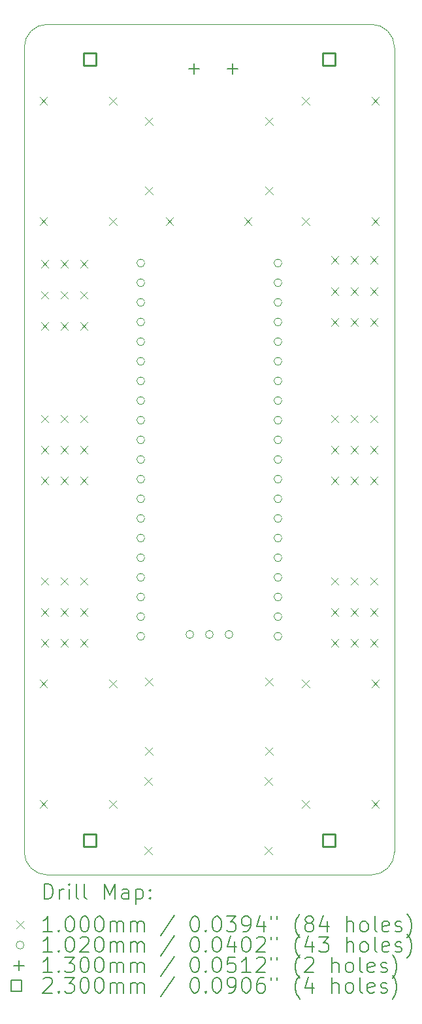
<source format=gbr>
%TF.GenerationSoftware,KiCad,Pcbnew,8.0.6*%
%TF.CreationDate,2024-12-18T16:54:21-05:00*%
%TF.ProjectId,hexapod,68657861-706f-4642-9e6b-696361645f70,rev?*%
%TF.SameCoordinates,Original*%
%TF.FileFunction,Drillmap*%
%TF.FilePolarity,Positive*%
%FSLAX45Y45*%
G04 Gerber Fmt 4.5, Leading zero omitted, Abs format (unit mm)*
G04 Created by KiCad (PCBNEW 8.0.6) date 2024-12-18 16:54:21*
%MOMM*%
%LPD*%
G01*
G04 APERTURE LIST*
%ADD10C,0.050000*%
%ADD11C,0.200000*%
%ADD12C,0.100000*%
%ADD13C,0.102000*%
%ADD14C,0.130000*%
%ADD15C,0.230000*%
G04 APERTURE END LIST*
D10*
X12400000Y-15200000D02*
G75*
G02*
X12100000Y-15500000I-300000J0D01*
G01*
X7900000Y-4500000D02*
X12100000Y-4500000D01*
X12400000Y-4800000D02*
X12400000Y-15200000D01*
X12100000Y-4500000D02*
G75*
G02*
X12400000Y-4800000I0J-300000D01*
G01*
X7900000Y-15500000D02*
G75*
G02*
X7600000Y-15200000I0J300000D01*
G01*
X7600000Y-4800000D02*
G75*
G02*
X7900000Y-4500000I300000J0D01*
G01*
X7600000Y-15200000D02*
X7600000Y-4800000D01*
X12100000Y-15500000D02*
X7900000Y-15500000D01*
D11*
D12*
X7800000Y-5440000D02*
X7900000Y-5540000D01*
X7900000Y-5440000D02*
X7800000Y-5540000D01*
X7800000Y-7000000D02*
X7900000Y-7100000D01*
X7900000Y-7000000D02*
X7800000Y-7100000D01*
X7800000Y-12975000D02*
X7900000Y-13075000D01*
X7900000Y-12975000D02*
X7800000Y-13075000D01*
X7800000Y-14535000D02*
X7900000Y-14635000D01*
X7900000Y-14535000D02*
X7800000Y-14635000D01*
X7817000Y-7550000D02*
X7917000Y-7650000D01*
X7917000Y-7550000D02*
X7817000Y-7650000D01*
X7817000Y-7950000D02*
X7917000Y-8050000D01*
X7917000Y-7950000D02*
X7817000Y-8050000D01*
X7817000Y-8350000D02*
X7917000Y-8450000D01*
X7917000Y-8350000D02*
X7817000Y-8450000D01*
X7817000Y-9550000D02*
X7917000Y-9650000D01*
X7917000Y-9550000D02*
X7817000Y-9650000D01*
X7817000Y-9950000D02*
X7917000Y-10050000D01*
X7917000Y-9950000D02*
X7817000Y-10050000D01*
X7817000Y-10350000D02*
X7917000Y-10450000D01*
X7917000Y-10350000D02*
X7817000Y-10450000D01*
X7817000Y-11650000D02*
X7917000Y-11750000D01*
X7917000Y-11650000D02*
X7817000Y-11750000D01*
X7817000Y-12050000D02*
X7917000Y-12150000D01*
X7917000Y-12050000D02*
X7817000Y-12150000D01*
X7817000Y-12450000D02*
X7917000Y-12550000D01*
X7917000Y-12450000D02*
X7817000Y-12550000D01*
X8071000Y-7550000D02*
X8171000Y-7650000D01*
X8171000Y-7550000D02*
X8071000Y-7650000D01*
X8071000Y-7950000D02*
X8171000Y-8050000D01*
X8171000Y-7950000D02*
X8071000Y-8050000D01*
X8071000Y-8350000D02*
X8171000Y-8450000D01*
X8171000Y-8350000D02*
X8071000Y-8450000D01*
X8071000Y-9550000D02*
X8171000Y-9650000D01*
X8171000Y-9550000D02*
X8071000Y-9650000D01*
X8071000Y-9950000D02*
X8171000Y-10050000D01*
X8171000Y-9950000D02*
X8071000Y-10050000D01*
X8071000Y-10350000D02*
X8171000Y-10450000D01*
X8171000Y-10350000D02*
X8071000Y-10450000D01*
X8071000Y-11650000D02*
X8171000Y-11750000D01*
X8171000Y-11650000D02*
X8071000Y-11750000D01*
X8071000Y-12050000D02*
X8171000Y-12150000D01*
X8171000Y-12050000D02*
X8071000Y-12150000D01*
X8071000Y-12450000D02*
X8171000Y-12550000D01*
X8171000Y-12450000D02*
X8071000Y-12550000D01*
X8325000Y-7550000D02*
X8425000Y-7650000D01*
X8425000Y-7550000D02*
X8325000Y-7650000D01*
X8325000Y-7950000D02*
X8425000Y-8050000D01*
X8425000Y-7950000D02*
X8325000Y-8050000D01*
X8325000Y-8350000D02*
X8425000Y-8450000D01*
X8425000Y-8350000D02*
X8325000Y-8450000D01*
X8325000Y-9550000D02*
X8425000Y-9650000D01*
X8425000Y-9550000D02*
X8325000Y-9650000D01*
X8325000Y-9950000D02*
X8425000Y-10050000D01*
X8425000Y-9950000D02*
X8325000Y-10050000D01*
X8325000Y-10350000D02*
X8425000Y-10450000D01*
X8425000Y-10350000D02*
X8325000Y-10450000D01*
X8325000Y-11650000D02*
X8425000Y-11750000D01*
X8425000Y-11650000D02*
X8325000Y-11750000D01*
X8325000Y-12050000D02*
X8425000Y-12150000D01*
X8425000Y-12050000D02*
X8325000Y-12150000D01*
X8325000Y-12450000D02*
X8425000Y-12550000D01*
X8425000Y-12450000D02*
X8325000Y-12550000D01*
X8700000Y-5440000D02*
X8800000Y-5540000D01*
X8800000Y-5440000D02*
X8700000Y-5540000D01*
X8700000Y-7000000D02*
X8800000Y-7100000D01*
X8800000Y-7000000D02*
X8700000Y-7100000D01*
X8700000Y-12975000D02*
X8800000Y-13075000D01*
X8800000Y-12975000D02*
X8700000Y-13075000D01*
X8700000Y-14535000D02*
X8800000Y-14635000D01*
X8800000Y-14535000D02*
X8700000Y-14635000D01*
X9155000Y-14235000D02*
X9255000Y-14335000D01*
X9255000Y-14235000D02*
X9155000Y-14335000D01*
X9155000Y-15135000D02*
X9255000Y-15235000D01*
X9255000Y-15135000D02*
X9155000Y-15235000D01*
X9165000Y-5700000D02*
X9265000Y-5800000D01*
X9265000Y-5700000D02*
X9165000Y-5800000D01*
X9165000Y-6600000D02*
X9265000Y-6700000D01*
X9265000Y-6600000D02*
X9165000Y-6700000D01*
X9165000Y-12950000D02*
X9265000Y-13050000D01*
X9265000Y-12950000D02*
X9165000Y-13050000D01*
X9165000Y-13850000D02*
X9265000Y-13950000D01*
X9265000Y-13850000D02*
X9165000Y-13950000D01*
X9434000Y-7000000D02*
X9534000Y-7100000D01*
X9534000Y-7000000D02*
X9434000Y-7100000D01*
X10450000Y-7000000D02*
X10550000Y-7100000D01*
X10550000Y-7000000D02*
X10450000Y-7100000D01*
X10715000Y-14235000D02*
X10815000Y-14335000D01*
X10815000Y-14235000D02*
X10715000Y-14335000D01*
X10715000Y-15135000D02*
X10815000Y-15235000D01*
X10815000Y-15135000D02*
X10715000Y-15235000D01*
X10725000Y-5700000D02*
X10825000Y-5800000D01*
X10825000Y-5700000D02*
X10725000Y-5800000D01*
X10725000Y-6600000D02*
X10825000Y-6700000D01*
X10825000Y-6600000D02*
X10725000Y-6700000D01*
X10725000Y-12950000D02*
X10825000Y-13050000D01*
X10825000Y-12950000D02*
X10725000Y-13050000D01*
X10725000Y-13850000D02*
X10825000Y-13950000D01*
X10825000Y-13850000D02*
X10725000Y-13950000D01*
X11200000Y-5440000D02*
X11300000Y-5540000D01*
X11300000Y-5440000D02*
X11200000Y-5540000D01*
X11200000Y-7000000D02*
X11300000Y-7100000D01*
X11300000Y-7000000D02*
X11200000Y-7100000D01*
X11200000Y-12975000D02*
X11300000Y-13075000D01*
X11300000Y-12975000D02*
X11200000Y-13075000D01*
X11200000Y-14535000D02*
X11300000Y-14635000D01*
X11300000Y-14535000D02*
X11200000Y-14635000D01*
X11575000Y-7500000D02*
X11675000Y-7600000D01*
X11675000Y-7500000D02*
X11575000Y-7600000D01*
X11575000Y-7900000D02*
X11675000Y-8000000D01*
X11675000Y-7900000D02*
X11575000Y-8000000D01*
X11575000Y-8300000D02*
X11675000Y-8400000D01*
X11675000Y-8300000D02*
X11575000Y-8400000D01*
X11575000Y-9550000D02*
X11675000Y-9650000D01*
X11675000Y-9550000D02*
X11575000Y-9650000D01*
X11575000Y-9950000D02*
X11675000Y-10050000D01*
X11675000Y-9950000D02*
X11575000Y-10050000D01*
X11575000Y-10350000D02*
X11675000Y-10450000D01*
X11675000Y-10350000D02*
X11575000Y-10450000D01*
X11575000Y-11650000D02*
X11675000Y-11750000D01*
X11675000Y-11650000D02*
X11575000Y-11750000D01*
X11575000Y-12050000D02*
X11675000Y-12150000D01*
X11675000Y-12050000D02*
X11575000Y-12150000D01*
X11575000Y-12450000D02*
X11675000Y-12550000D01*
X11675000Y-12450000D02*
X11575000Y-12550000D01*
X11829000Y-7500000D02*
X11929000Y-7600000D01*
X11929000Y-7500000D02*
X11829000Y-7600000D01*
X11829000Y-7900000D02*
X11929000Y-8000000D01*
X11929000Y-7900000D02*
X11829000Y-8000000D01*
X11829000Y-8300000D02*
X11929000Y-8400000D01*
X11929000Y-8300000D02*
X11829000Y-8400000D01*
X11829000Y-9550000D02*
X11929000Y-9650000D01*
X11929000Y-9550000D02*
X11829000Y-9650000D01*
X11829000Y-9950000D02*
X11929000Y-10050000D01*
X11929000Y-9950000D02*
X11829000Y-10050000D01*
X11829000Y-10350000D02*
X11929000Y-10450000D01*
X11929000Y-10350000D02*
X11829000Y-10450000D01*
X11829000Y-11650000D02*
X11929000Y-11750000D01*
X11929000Y-11650000D02*
X11829000Y-11750000D01*
X11829000Y-12050000D02*
X11929000Y-12150000D01*
X11929000Y-12050000D02*
X11829000Y-12150000D01*
X11829000Y-12450000D02*
X11929000Y-12550000D01*
X11929000Y-12450000D02*
X11829000Y-12550000D01*
X12083000Y-7500000D02*
X12183000Y-7600000D01*
X12183000Y-7500000D02*
X12083000Y-7600000D01*
X12083000Y-7900000D02*
X12183000Y-8000000D01*
X12183000Y-7900000D02*
X12083000Y-8000000D01*
X12083000Y-8300000D02*
X12183000Y-8400000D01*
X12183000Y-8300000D02*
X12083000Y-8400000D01*
X12083000Y-9550000D02*
X12183000Y-9650000D01*
X12183000Y-9550000D02*
X12083000Y-9650000D01*
X12083000Y-9950000D02*
X12183000Y-10050000D01*
X12183000Y-9950000D02*
X12083000Y-10050000D01*
X12083000Y-10350000D02*
X12183000Y-10450000D01*
X12183000Y-10350000D02*
X12083000Y-10450000D01*
X12083000Y-11650000D02*
X12183000Y-11750000D01*
X12183000Y-11650000D02*
X12083000Y-11750000D01*
X12083000Y-12050000D02*
X12183000Y-12150000D01*
X12183000Y-12050000D02*
X12083000Y-12150000D01*
X12083000Y-12450000D02*
X12183000Y-12550000D01*
X12183000Y-12450000D02*
X12083000Y-12550000D01*
X12100000Y-5440000D02*
X12200000Y-5540000D01*
X12200000Y-5440000D02*
X12100000Y-5540000D01*
X12100000Y-7000000D02*
X12200000Y-7100000D01*
X12200000Y-7000000D02*
X12100000Y-7100000D01*
X12100000Y-12975000D02*
X12200000Y-13075000D01*
X12200000Y-12975000D02*
X12100000Y-13075000D01*
X12100000Y-14535000D02*
X12200000Y-14635000D01*
X12200000Y-14535000D02*
X12100000Y-14635000D01*
D13*
X9162000Y-7587000D02*
G75*
G02*
X9060000Y-7587000I-51000J0D01*
G01*
X9060000Y-7587000D02*
G75*
G02*
X9162000Y-7587000I51000J0D01*
G01*
X9162000Y-7841000D02*
G75*
G02*
X9060000Y-7841000I-51000J0D01*
G01*
X9060000Y-7841000D02*
G75*
G02*
X9162000Y-7841000I51000J0D01*
G01*
X9162000Y-8095000D02*
G75*
G02*
X9060000Y-8095000I-51000J0D01*
G01*
X9060000Y-8095000D02*
G75*
G02*
X9162000Y-8095000I51000J0D01*
G01*
X9162000Y-8349000D02*
G75*
G02*
X9060000Y-8349000I-51000J0D01*
G01*
X9060000Y-8349000D02*
G75*
G02*
X9162000Y-8349000I51000J0D01*
G01*
X9162000Y-8603000D02*
G75*
G02*
X9060000Y-8603000I-51000J0D01*
G01*
X9060000Y-8603000D02*
G75*
G02*
X9162000Y-8603000I51000J0D01*
G01*
X9162000Y-8857000D02*
G75*
G02*
X9060000Y-8857000I-51000J0D01*
G01*
X9060000Y-8857000D02*
G75*
G02*
X9162000Y-8857000I51000J0D01*
G01*
X9162000Y-9111000D02*
G75*
G02*
X9060000Y-9111000I-51000J0D01*
G01*
X9060000Y-9111000D02*
G75*
G02*
X9162000Y-9111000I51000J0D01*
G01*
X9162000Y-9365000D02*
G75*
G02*
X9060000Y-9365000I-51000J0D01*
G01*
X9060000Y-9365000D02*
G75*
G02*
X9162000Y-9365000I51000J0D01*
G01*
X9162000Y-9619000D02*
G75*
G02*
X9060000Y-9619000I-51000J0D01*
G01*
X9060000Y-9619000D02*
G75*
G02*
X9162000Y-9619000I51000J0D01*
G01*
X9162000Y-9873000D02*
G75*
G02*
X9060000Y-9873000I-51000J0D01*
G01*
X9060000Y-9873000D02*
G75*
G02*
X9162000Y-9873000I51000J0D01*
G01*
X9162000Y-10127000D02*
G75*
G02*
X9060000Y-10127000I-51000J0D01*
G01*
X9060000Y-10127000D02*
G75*
G02*
X9162000Y-10127000I51000J0D01*
G01*
X9162000Y-10381000D02*
G75*
G02*
X9060000Y-10381000I-51000J0D01*
G01*
X9060000Y-10381000D02*
G75*
G02*
X9162000Y-10381000I51000J0D01*
G01*
X9162000Y-10635000D02*
G75*
G02*
X9060000Y-10635000I-51000J0D01*
G01*
X9060000Y-10635000D02*
G75*
G02*
X9162000Y-10635000I51000J0D01*
G01*
X9162000Y-10889000D02*
G75*
G02*
X9060000Y-10889000I-51000J0D01*
G01*
X9060000Y-10889000D02*
G75*
G02*
X9162000Y-10889000I51000J0D01*
G01*
X9162000Y-11143000D02*
G75*
G02*
X9060000Y-11143000I-51000J0D01*
G01*
X9060000Y-11143000D02*
G75*
G02*
X9162000Y-11143000I51000J0D01*
G01*
X9162000Y-11397000D02*
G75*
G02*
X9060000Y-11397000I-51000J0D01*
G01*
X9060000Y-11397000D02*
G75*
G02*
X9162000Y-11397000I51000J0D01*
G01*
X9162000Y-11651000D02*
G75*
G02*
X9060000Y-11651000I-51000J0D01*
G01*
X9060000Y-11651000D02*
G75*
G02*
X9162000Y-11651000I51000J0D01*
G01*
X9162000Y-11905000D02*
G75*
G02*
X9060000Y-11905000I-51000J0D01*
G01*
X9060000Y-11905000D02*
G75*
G02*
X9162000Y-11905000I51000J0D01*
G01*
X9162000Y-12159000D02*
G75*
G02*
X9060000Y-12159000I-51000J0D01*
G01*
X9060000Y-12159000D02*
G75*
G02*
X9162000Y-12159000I51000J0D01*
G01*
X9162000Y-12413000D02*
G75*
G02*
X9060000Y-12413000I-51000J0D01*
G01*
X9060000Y-12413000D02*
G75*
G02*
X9162000Y-12413000I51000J0D01*
G01*
X9797000Y-12390000D02*
G75*
G02*
X9695000Y-12390000I-51000J0D01*
G01*
X9695000Y-12390000D02*
G75*
G02*
X9797000Y-12390000I51000J0D01*
G01*
X10051000Y-12390000D02*
G75*
G02*
X9949000Y-12390000I-51000J0D01*
G01*
X9949000Y-12390000D02*
G75*
G02*
X10051000Y-12390000I51000J0D01*
G01*
X10305000Y-12390000D02*
G75*
G02*
X10203000Y-12390000I-51000J0D01*
G01*
X10203000Y-12390000D02*
G75*
G02*
X10305000Y-12390000I51000J0D01*
G01*
X10940000Y-7587000D02*
G75*
G02*
X10838000Y-7587000I-51000J0D01*
G01*
X10838000Y-7587000D02*
G75*
G02*
X10940000Y-7587000I51000J0D01*
G01*
X10940000Y-7841000D02*
G75*
G02*
X10838000Y-7841000I-51000J0D01*
G01*
X10838000Y-7841000D02*
G75*
G02*
X10940000Y-7841000I51000J0D01*
G01*
X10940000Y-8095000D02*
G75*
G02*
X10838000Y-8095000I-51000J0D01*
G01*
X10838000Y-8095000D02*
G75*
G02*
X10940000Y-8095000I51000J0D01*
G01*
X10940000Y-8349000D02*
G75*
G02*
X10838000Y-8349000I-51000J0D01*
G01*
X10838000Y-8349000D02*
G75*
G02*
X10940000Y-8349000I51000J0D01*
G01*
X10940000Y-8603000D02*
G75*
G02*
X10838000Y-8603000I-51000J0D01*
G01*
X10838000Y-8603000D02*
G75*
G02*
X10940000Y-8603000I51000J0D01*
G01*
X10940000Y-8857000D02*
G75*
G02*
X10838000Y-8857000I-51000J0D01*
G01*
X10838000Y-8857000D02*
G75*
G02*
X10940000Y-8857000I51000J0D01*
G01*
X10940000Y-9111000D02*
G75*
G02*
X10838000Y-9111000I-51000J0D01*
G01*
X10838000Y-9111000D02*
G75*
G02*
X10940000Y-9111000I51000J0D01*
G01*
X10940000Y-9365000D02*
G75*
G02*
X10838000Y-9365000I-51000J0D01*
G01*
X10838000Y-9365000D02*
G75*
G02*
X10940000Y-9365000I51000J0D01*
G01*
X10940000Y-9619000D02*
G75*
G02*
X10838000Y-9619000I-51000J0D01*
G01*
X10838000Y-9619000D02*
G75*
G02*
X10940000Y-9619000I51000J0D01*
G01*
X10940000Y-9873000D02*
G75*
G02*
X10838000Y-9873000I-51000J0D01*
G01*
X10838000Y-9873000D02*
G75*
G02*
X10940000Y-9873000I51000J0D01*
G01*
X10940000Y-10127000D02*
G75*
G02*
X10838000Y-10127000I-51000J0D01*
G01*
X10838000Y-10127000D02*
G75*
G02*
X10940000Y-10127000I51000J0D01*
G01*
X10940000Y-10381000D02*
G75*
G02*
X10838000Y-10381000I-51000J0D01*
G01*
X10838000Y-10381000D02*
G75*
G02*
X10940000Y-10381000I51000J0D01*
G01*
X10940000Y-10635000D02*
G75*
G02*
X10838000Y-10635000I-51000J0D01*
G01*
X10838000Y-10635000D02*
G75*
G02*
X10940000Y-10635000I51000J0D01*
G01*
X10940000Y-10889000D02*
G75*
G02*
X10838000Y-10889000I-51000J0D01*
G01*
X10838000Y-10889000D02*
G75*
G02*
X10940000Y-10889000I51000J0D01*
G01*
X10940000Y-11143000D02*
G75*
G02*
X10838000Y-11143000I-51000J0D01*
G01*
X10838000Y-11143000D02*
G75*
G02*
X10940000Y-11143000I51000J0D01*
G01*
X10940000Y-11397000D02*
G75*
G02*
X10838000Y-11397000I-51000J0D01*
G01*
X10838000Y-11397000D02*
G75*
G02*
X10940000Y-11397000I51000J0D01*
G01*
X10940000Y-11651000D02*
G75*
G02*
X10838000Y-11651000I-51000J0D01*
G01*
X10838000Y-11651000D02*
G75*
G02*
X10940000Y-11651000I51000J0D01*
G01*
X10940000Y-11905000D02*
G75*
G02*
X10838000Y-11905000I-51000J0D01*
G01*
X10838000Y-11905000D02*
G75*
G02*
X10940000Y-11905000I51000J0D01*
G01*
X10940000Y-12159000D02*
G75*
G02*
X10838000Y-12159000I-51000J0D01*
G01*
X10838000Y-12159000D02*
G75*
G02*
X10940000Y-12159000I51000J0D01*
G01*
X10940000Y-12413000D02*
G75*
G02*
X10838000Y-12413000I-51000J0D01*
G01*
X10838000Y-12413000D02*
G75*
G02*
X10940000Y-12413000I51000J0D01*
G01*
D14*
X9800000Y-5010000D02*
X9800000Y-5140000D01*
X9735000Y-5075000D02*
X9865000Y-5075000D01*
X10300000Y-5010000D02*
X10300000Y-5140000D01*
X10235000Y-5075000D02*
X10365000Y-5075000D01*
D15*
X8531318Y-5031318D02*
X8531318Y-4868682D01*
X8368682Y-4868682D01*
X8368682Y-5031318D01*
X8531318Y-5031318D01*
X8531318Y-15131318D02*
X8531318Y-14968682D01*
X8368682Y-14968682D01*
X8368682Y-15131318D01*
X8531318Y-15131318D01*
X11631318Y-5031318D02*
X11631318Y-4868682D01*
X11468682Y-4868682D01*
X11468682Y-5031318D01*
X11631318Y-5031318D01*
X11631318Y-15131318D02*
X11631318Y-14968682D01*
X11468682Y-14968682D01*
X11468682Y-15131318D01*
X11631318Y-15131318D01*
D11*
X7858277Y-15813984D02*
X7858277Y-15613984D01*
X7858277Y-15613984D02*
X7905896Y-15613984D01*
X7905896Y-15613984D02*
X7934467Y-15623508D01*
X7934467Y-15623508D02*
X7953515Y-15642555D01*
X7953515Y-15642555D02*
X7963039Y-15661603D01*
X7963039Y-15661603D02*
X7972562Y-15699698D01*
X7972562Y-15699698D02*
X7972562Y-15728269D01*
X7972562Y-15728269D02*
X7963039Y-15766365D01*
X7963039Y-15766365D02*
X7953515Y-15785412D01*
X7953515Y-15785412D02*
X7934467Y-15804460D01*
X7934467Y-15804460D02*
X7905896Y-15813984D01*
X7905896Y-15813984D02*
X7858277Y-15813984D01*
X8058277Y-15813984D02*
X8058277Y-15680650D01*
X8058277Y-15718746D02*
X8067801Y-15699698D01*
X8067801Y-15699698D02*
X8077324Y-15690174D01*
X8077324Y-15690174D02*
X8096372Y-15680650D01*
X8096372Y-15680650D02*
X8115420Y-15680650D01*
X8182086Y-15813984D02*
X8182086Y-15680650D01*
X8182086Y-15613984D02*
X8172562Y-15623508D01*
X8172562Y-15623508D02*
X8182086Y-15633031D01*
X8182086Y-15633031D02*
X8191610Y-15623508D01*
X8191610Y-15623508D02*
X8182086Y-15613984D01*
X8182086Y-15613984D02*
X8182086Y-15633031D01*
X8305896Y-15813984D02*
X8286848Y-15804460D01*
X8286848Y-15804460D02*
X8277324Y-15785412D01*
X8277324Y-15785412D02*
X8277324Y-15613984D01*
X8410658Y-15813984D02*
X8391610Y-15804460D01*
X8391610Y-15804460D02*
X8382086Y-15785412D01*
X8382086Y-15785412D02*
X8382086Y-15613984D01*
X8639229Y-15813984D02*
X8639229Y-15613984D01*
X8639229Y-15613984D02*
X8705896Y-15756841D01*
X8705896Y-15756841D02*
X8772563Y-15613984D01*
X8772563Y-15613984D02*
X8772563Y-15813984D01*
X8953515Y-15813984D02*
X8953515Y-15709222D01*
X8953515Y-15709222D02*
X8943991Y-15690174D01*
X8943991Y-15690174D02*
X8924944Y-15680650D01*
X8924944Y-15680650D02*
X8886848Y-15680650D01*
X8886848Y-15680650D02*
X8867801Y-15690174D01*
X8953515Y-15804460D02*
X8934467Y-15813984D01*
X8934467Y-15813984D02*
X8886848Y-15813984D01*
X8886848Y-15813984D02*
X8867801Y-15804460D01*
X8867801Y-15804460D02*
X8858277Y-15785412D01*
X8858277Y-15785412D02*
X8858277Y-15766365D01*
X8858277Y-15766365D02*
X8867801Y-15747317D01*
X8867801Y-15747317D02*
X8886848Y-15737793D01*
X8886848Y-15737793D02*
X8934467Y-15737793D01*
X8934467Y-15737793D02*
X8953515Y-15728269D01*
X9048753Y-15680650D02*
X9048753Y-15880650D01*
X9048753Y-15690174D02*
X9067801Y-15680650D01*
X9067801Y-15680650D02*
X9105896Y-15680650D01*
X9105896Y-15680650D02*
X9124944Y-15690174D01*
X9124944Y-15690174D02*
X9134467Y-15699698D01*
X9134467Y-15699698D02*
X9143991Y-15718746D01*
X9143991Y-15718746D02*
X9143991Y-15775888D01*
X9143991Y-15775888D02*
X9134467Y-15794936D01*
X9134467Y-15794936D02*
X9124944Y-15804460D01*
X9124944Y-15804460D02*
X9105896Y-15813984D01*
X9105896Y-15813984D02*
X9067801Y-15813984D01*
X9067801Y-15813984D02*
X9048753Y-15804460D01*
X9229705Y-15794936D02*
X9239229Y-15804460D01*
X9239229Y-15804460D02*
X9229705Y-15813984D01*
X9229705Y-15813984D02*
X9220182Y-15804460D01*
X9220182Y-15804460D02*
X9229705Y-15794936D01*
X9229705Y-15794936D02*
X9229705Y-15813984D01*
X9229705Y-15690174D02*
X9239229Y-15699698D01*
X9239229Y-15699698D02*
X9229705Y-15709222D01*
X9229705Y-15709222D02*
X9220182Y-15699698D01*
X9220182Y-15699698D02*
X9229705Y-15690174D01*
X9229705Y-15690174D02*
X9229705Y-15709222D01*
D12*
X7497500Y-16092500D02*
X7597500Y-16192500D01*
X7597500Y-16092500D02*
X7497500Y-16192500D01*
D11*
X7963039Y-16233984D02*
X7848753Y-16233984D01*
X7905896Y-16233984D02*
X7905896Y-16033984D01*
X7905896Y-16033984D02*
X7886848Y-16062555D01*
X7886848Y-16062555D02*
X7867801Y-16081603D01*
X7867801Y-16081603D02*
X7848753Y-16091127D01*
X8048753Y-16214936D02*
X8058277Y-16224460D01*
X8058277Y-16224460D02*
X8048753Y-16233984D01*
X8048753Y-16233984D02*
X8039229Y-16224460D01*
X8039229Y-16224460D02*
X8048753Y-16214936D01*
X8048753Y-16214936D02*
X8048753Y-16233984D01*
X8182086Y-16033984D02*
X8201134Y-16033984D01*
X8201134Y-16033984D02*
X8220182Y-16043508D01*
X8220182Y-16043508D02*
X8229705Y-16053031D01*
X8229705Y-16053031D02*
X8239229Y-16072079D01*
X8239229Y-16072079D02*
X8248753Y-16110174D01*
X8248753Y-16110174D02*
X8248753Y-16157793D01*
X8248753Y-16157793D02*
X8239229Y-16195888D01*
X8239229Y-16195888D02*
X8229705Y-16214936D01*
X8229705Y-16214936D02*
X8220182Y-16224460D01*
X8220182Y-16224460D02*
X8201134Y-16233984D01*
X8201134Y-16233984D02*
X8182086Y-16233984D01*
X8182086Y-16233984D02*
X8163039Y-16224460D01*
X8163039Y-16224460D02*
X8153515Y-16214936D01*
X8153515Y-16214936D02*
X8143991Y-16195888D01*
X8143991Y-16195888D02*
X8134467Y-16157793D01*
X8134467Y-16157793D02*
X8134467Y-16110174D01*
X8134467Y-16110174D02*
X8143991Y-16072079D01*
X8143991Y-16072079D02*
X8153515Y-16053031D01*
X8153515Y-16053031D02*
X8163039Y-16043508D01*
X8163039Y-16043508D02*
X8182086Y-16033984D01*
X8372562Y-16033984D02*
X8391610Y-16033984D01*
X8391610Y-16033984D02*
X8410658Y-16043508D01*
X8410658Y-16043508D02*
X8420182Y-16053031D01*
X8420182Y-16053031D02*
X8429705Y-16072079D01*
X8429705Y-16072079D02*
X8439229Y-16110174D01*
X8439229Y-16110174D02*
X8439229Y-16157793D01*
X8439229Y-16157793D02*
X8429705Y-16195888D01*
X8429705Y-16195888D02*
X8420182Y-16214936D01*
X8420182Y-16214936D02*
X8410658Y-16224460D01*
X8410658Y-16224460D02*
X8391610Y-16233984D01*
X8391610Y-16233984D02*
X8372562Y-16233984D01*
X8372562Y-16233984D02*
X8353515Y-16224460D01*
X8353515Y-16224460D02*
X8343991Y-16214936D01*
X8343991Y-16214936D02*
X8334467Y-16195888D01*
X8334467Y-16195888D02*
X8324943Y-16157793D01*
X8324943Y-16157793D02*
X8324943Y-16110174D01*
X8324943Y-16110174D02*
X8334467Y-16072079D01*
X8334467Y-16072079D02*
X8343991Y-16053031D01*
X8343991Y-16053031D02*
X8353515Y-16043508D01*
X8353515Y-16043508D02*
X8372562Y-16033984D01*
X8563039Y-16033984D02*
X8582086Y-16033984D01*
X8582086Y-16033984D02*
X8601134Y-16043508D01*
X8601134Y-16043508D02*
X8610658Y-16053031D01*
X8610658Y-16053031D02*
X8620182Y-16072079D01*
X8620182Y-16072079D02*
X8629705Y-16110174D01*
X8629705Y-16110174D02*
X8629705Y-16157793D01*
X8629705Y-16157793D02*
X8620182Y-16195888D01*
X8620182Y-16195888D02*
X8610658Y-16214936D01*
X8610658Y-16214936D02*
X8601134Y-16224460D01*
X8601134Y-16224460D02*
X8582086Y-16233984D01*
X8582086Y-16233984D02*
X8563039Y-16233984D01*
X8563039Y-16233984D02*
X8543991Y-16224460D01*
X8543991Y-16224460D02*
X8534467Y-16214936D01*
X8534467Y-16214936D02*
X8524944Y-16195888D01*
X8524944Y-16195888D02*
X8515420Y-16157793D01*
X8515420Y-16157793D02*
X8515420Y-16110174D01*
X8515420Y-16110174D02*
X8524944Y-16072079D01*
X8524944Y-16072079D02*
X8534467Y-16053031D01*
X8534467Y-16053031D02*
X8543991Y-16043508D01*
X8543991Y-16043508D02*
X8563039Y-16033984D01*
X8715420Y-16233984D02*
X8715420Y-16100650D01*
X8715420Y-16119698D02*
X8724944Y-16110174D01*
X8724944Y-16110174D02*
X8743991Y-16100650D01*
X8743991Y-16100650D02*
X8772563Y-16100650D01*
X8772563Y-16100650D02*
X8791610Y-16110174D01*
X8791610Y-16110174D02*
X8801134Y-16129222D01*
X8801134Y-16129222D02*
X8801134Y-16233984D01*
X8801134Y-16129222D02*
X8810658Y-16110174D01*
X8810658Y-16110174D02*
X8829705Y-16100650D01*
X8829705Y-16100650D02*
X8858277Y-16100650D01*
X8858277Y-16100650D02*
X8877325Y-16110174D01*
X8877325Y-16110174D02*
X8886848Y-16129222D01*
X8886848Y-16129222D02*
X8886848Y-16233984D01*
X8982086Y-16233984D02*
X8982086Y-16100650D01*
X8982086Y-16119698D02*
X8991610Y-16110174D01*
X8991610Y-16110174D02*
X9010658Y-16100650D01*
X9010658Y-16100650D02*
X9039229Y-16100650D01*
X9039229Y-16100650D02*
X9058277Y-16110174D01*
X9058277Y-16110174D02*
X9067801Y-16129222D01*
X9067801Y-16129222D02*
X9067801Y-16233984D01*
X9067801Y-16129222D02*
X9077325Y-16110174D01*
X9077325Y-16110174D02*
X9096372Y-16100650D01*
X9096372Y-16100650D02*
X9124944Y-16100650D01*
X9124944Y-16100650D02*
X9143991Y-16110174D01*
X9143991Y-16110174D02*
X9153515Y-16129222D01*
X9153515Y-16129222D02*
X9153515Y-16233984D01*
X9543991Y-16024460D02*
X9372563Y-16281603D01*
X9801134Y-16033984D02*
X9820182Y-16033984D01*
X9820182Y-16033984D02*
X9839229Y-16043508D01*
X9839229Y-16043508D02*
X9848753Y-16053031D01*
X9848753Y-16053031D02*
X9858277Y-16072079D01*
X9858277Y-16072079D02*
X9867801Y-16110174D01*
X9867801Y-16110174D02*
X9867801Y-16157793D01*
X9867801Y-16157793D02*
X9858277Y-16195888D01*
X9858277Y-16195888D02*
X9848753Y-16214936D01*
X9848753Y-16214936D02*
X9839229Y-16224460D01*
X9839229Y-16224460D02*
X9820182Y-16233984D01*
X9820182Y-16233984D02*
X9801134Y-16233984D01*
X9801134Y-16233984D02*
X9782087Y-16224460D01*
X9782087Y-16224460D02*
X9772563Y-16214936D01*
X9772563Y-16214936D02*
X9763039Y-16195888D01*
X9763039Y-16195888D02*
X9753515Y-16157793D01*
X9753515Y-16157793D02*
X9753515Y-16110174D01*
X9753515Y-16110174D02*
X9763039Y-16072079D01*
X9763039Y-16072079D02*
X9772563Y-16053031D01*
X9772563Y-16053031D02*
X9782087Y-16043508D01*
X9782087Y-16043508D02*
X9801134Y-16033984D01*
X9953515Y-16214936D02*
X9963039Y-16224460D01*
X9963039Y-16224460D02*
X9953515Y-16233984D01*
X9953515Y-16233984D02*
X9943991Y-16224460D01*
X9943991Y-16224460D02*
X9953515Y-16214936D01*
X9953515Y-16214936D02*
X9953515Y-16233984D01*
X10086848Y-16033984D02*
X10105896Y-16033984D01*
X10105896Y-16033984D02*
X10124944Y-16043508D01*
X10124944Y-16043508D02*
X10134468Y-16053031D01*
X10134468Y-16053031D02*
X10143991Y-16072079D01*
X10143991Y-16072079D02*
X10153515Y-16110174D01*
X10153515Y-16110174D02*
X10153515Y-16157793D01*
X10153515Y-16157793D02*
X10143991Y-16195888D01*
X10143991Y-16195888D02*
X10134468Y-16214936D01*
X10134468Y-16214936D02*
X10124944Y-16224460D01*
X10124944Y-16224460D02*
X10105896Y-16233984D01*
X10105896Y-16233984D02*
X10086848Y-16233984D01*
X10086848Y-16233984D02*
X10067801Y-16224460D01*
X10067801Y-16224460D02*
X10058277Y-16214936D01*
X10058277Y-16214936D02*
X10048753Y-16195888D01*
X10048753Y-16195888D02*
X10039229Y-16157793D01*
X10039229Y-16157793D02*
X10039229Y-16110174D01*
X10039229Y-16110174D02*
X10048753Y-16072079D01*
X10048753Y-16072079D02*
X10058277Y-16053031D01*
X10058277Y-16053031D02*
X10067801Y-16043508D01*
X10067801Y-16043508D02*
X10086848Y-16033984D01*
X10220182Y-16033984D02*
X10343991Y-16033984D01*
X10343991Y-16033984D02*
X10277325Y-16110174D01*
X10277325Y-16110174D02*
X10305896Y-16110174D01*
X10305896Y-16110174D02*
X10324944Y-16119698D01*
X10324944Y-16119698D02*
X10334468Y-16129222D01*
X10334468Y-16129222D02*
X10343991Y-16148269D01*
X10343991Y-16148269D02*
X10343991Y-16195888D01*
X10343991Y-16195888D02*
X10334468Y-16214936D01*
X10334468Y-16214936D02*
X10324944Y-16224460D01*
X10324944Y-16224460D02*
X10305896Y-16233984D01*
X10305896Y-16233984D02*
X10248753Y-16233984D01*
X10248753Y-16233984D02*
X10229706Y-16224460D01*
X10229706Y-16224460D02*
X10220182Y-16214936D01*
X10439229Y-16233984D02*
X10477325Y-16233984D01*
X10477325Y-16233984D02*
X10496372Y-16224460D01*
X10496372Y-16224460D02*
X10505896Y-16214936D01*
X10505896Y-16214936D02*
X10524944Y-16186365D01*
X10524944Y-16186365D02*
X10534468Y-16148269D01*
X10534468Y-16148269D02*
X10534468Y-16072079D01*
X10534468Y-16072079D02*
X10524944Y-16053031D01*
X10524944Y-16053031D02*
X10515420Y-16043508D01*
X10515420Y-16043508D02*
X10496372Y-16033984D01*
X10496372Y-16033984D02*
X10458277Y-16033984D01*
X10458277Y-16033984D02*
X10439229Y-16043508D01*
X10439229Y-16043508D02*
X10429706Y-16053031D01*
X10429706Y-16053031D02*
X10420182Y-16072079D01*
X10420182Y-16072079D02*
X10420182Y-16119698D01*
X10420182Y-16119698D02*
X10429706Y-16138746D01*
X10429706Y-16138746D02*
X10439229Y-16148269D01*
X10439229Y-16148269D02*
X10458277Y-16157793D01*
X10458277Y-16157793D02*
X10496372Y-16157793D01*
X10496372Y-16157793D02*
X10515420Y-16148269D01*
X10515420Y-16148269D02*
X10524944Y-16138746D01*
X10524944Y-16138746D02*
X10534468Y-16119698D01*
X10705896Y-16100650D02*
X10705896Y-16233984D01*
X10658277Y-16024460D02*
X10610658Y-16167317D01*
X10610658Y-16167317D02*
X10734468Y-16167317D01*
X10801134Y-16033984D02*
X10801134Y-16072079D01*
X10877325Y-16033984D02*
X10877325Y-16072079D01*
X11172563Y-16310174D02*
X11163039Y-16300650D01*
X11163039Y-16300650D02*
X11143991Y-16272079D01*
X11143991Y-16272079D02*
X11134468Y-16253031D01*
X11134468Y-16253031D02*
X11124944Y-16224460D01*
X11124944Y-16224460D02*
X11115420Y-16176841D01*
X11115420Y-16176841D02*
X11115420Y-16138746D01*
X11115420Y-16138746D02*
X11124944Y-16091127D01*
X11124944Y-16091127D02*
X11134468Y-16062555D01*
X11134468Y-16062555D02*
X11143991Y-16043508D01*
X11143991Y-16043508D02*
X11163039Y-16014936D01*
X11163039Y-16014936D02*
X11172563Y-16005412D01*
X11277325Y-16119698D02*
X11258277Y-16110174D01*
X11258277Y-16110174D02*
X11248753Y-16100650D01*
X11248753Y-16100650D02*
X11239229Y-16081603D01*
X11239229Y-16081603D02*
X11239229Y-16072079D01*
X11239229Y-16072079D02*
X11248753Y-16053031D01*
X11248753Y-16053031D02*
X11258277Y-16043508D01*
X11258277Y-16043508D02*
X11277325Y-16033984D01*
X11277325Y-16033984D02*
X11315420Y-16033984D01*
X11315420Y-16033984D02*
X11334468Y-16043508D01*
X11334468Y-16043508D02*
X11343991Y-16053031D01*
X11343991Y-16053031D02*
X11353515Y-16072079D01*
X11353515Y-16072079D02*
X11353515Y-16081603D01*
X11353515Y-16081603D02*
X11343991Y-16100650D01*
X11343991Y-16100650D02*
X11334468Y-16110174D01*
X11334468Y-16110174D02*
X11315420Y-16119698D01*
X11315420Y-16119698D02*
X11277325Y-16119698D01*
X11277325Y-16119698D02*
X11258277Y-16129222D01*
X11258277Y-16129222D02*
X11248753Y-16138746D01*
X11248753Y-16138746D02*
X11239229Y-16157793D01*
X11239229Y-16157793D02*
X11239229Y-16195888D01*
X11239229Y-16195888D02*
X11248753Y-16214936D01*
X11248753Y-16214936D02*
X11258277Y-16224460D01*
X11258277Y-16224460D02*
X11277325Y-16233984D01*
X11277325Y-16233984D02*
X11315420Y-16233984D01*
X11315420Y-16233984D02*
X11334468Y-16224460D01*
X11334468Y-16224460D02*
X11343991Y-16214936D01*
X11343991Y-16214936D02*
X11353515Y-16195888D01*
X11353515Y-16195888D02*
X11353515Y-16157793D01*
X11353515Y-16157793D02*
X11343991Y-16138746D01*
X11343991Y-16138746D02*
X11334468Y-16129222D01*
X11334468Y-16129222D02*
X11315420Y-16119698D01*
X11524944Y-16100650D02*
X11524944Y-16233984D01*
X11477325Y-16024460D02*
X11429706Y-16167317D01*
X11429706Y-16167317D02*
X11553515Y-16167317D01*
X11782087Y-16233984D02*
X11782087Y-16033984D01*
X11867801Y-16233984D02*
X11867801Y-16129222D01*
X11867801Y-16129222D02*
X11858277Y-16110174D01*
X11858277Y-16110174D02*
X11839230Y-16100650D01*
X11839230Y-16100650D02*
X11810658Y-16100650D01*
X11810658Y-16100650D02*
X11791610Y-16110174D01*
X11791610Y-16110174D02*
X11782087Y-16119698D01*
X11991610Y-16233984D02*
X11972563Y-16224460D01*
X11972563Y-16224460D02*
X11963039Y-16214936D01*
X11963039Y-16214936D02*
X11953515Y-16195888D01*
X11953515Y-16195888D02*
X11953515Y-16138746D01*
X11953515Y-16138746D02*
X11963039Y-16119698D01*
X11963039Y-16119698D02*
X11972563Y-16110174D01*
X11972563Y-16110174D02*
X11991610Y-16100650D01*
X11991610Y-16100650D02*
X12020182Y-16100650D01*
X12020182Y-16100650D02*
X12039230Y-16110174D01*
X12039230Y-16110174D02*
X12048753Y-16119698D01*
X12048753Y-16119698D02*
X12058277Y-16138746D01*
X12058277Y-16138746D02*
X12058277Y-16195888D01*
X12058277Y-16195888D02*
X12048753Y-16214936D01*
X12048753Y-16214936D02*
X12039230Y-16224460D01*
X12039230Y-16224460D02*
X12020182Y-16233984D01*
X12020182Y-16233984D02*
X11991610Y-16233984D01*
X12172563Y-16233984D02*
X12153515Y-16224460D01*
X12153515Y-16224460D02*
X12143991Y-16205412D01*
X12143991Y-16205412D02*
X12143991Y-16033984D01*
X12324944Y-16224460D02*
X12305896Y-16233984D01*
X12305896Y-16233984D02*
X12267801Y-16233984D01*
X12267801Y-16233984D02*
X12248753Y-16224460D01*
X12248753Y-16224460D02*
X12239230Y-16205412D01*
X12239230Y-16205412D02*
X12239230Y-16129222D01*
X12239230Y-16129222D02*
X12248753Y-16110174D01*
X12248753Y-16110174D02*
X12267801Y-16100650D01*
X12267801Y-16100650D02*
X12305896Y-16100650D01*
X12305896Y-16100650D02*
X12324944Y-16110174D01*
X12324944Y-16110174D02*
X12334468Y-16129222D01*
X12334468Y-16129222D02*
X12334468Y-16148269D01*
X12334468Y-16148269D02*
X12239230Y-16167317D01*
X12410658Y-16224460D02*
X12429706Y-16233984D01*
X12429706Y-16233984D02*
X12467801Y-16233984D01*
X12467801Y-16233984D02*
X12486849Y-16224460D01*
X12486849Y-16224460D02*
X12496372Y-16205412D01*
X12496372Y-16205412D02*
X12496372Y-16195888D01*
X12496372Y-16195888D02*
X12486849Y-16176841D01*
X12486849Y-16176841D02*
X12467801Y-16167317D01*
X12467801Y-16167317D02*
X12439230Y-16167317D01*
X12439230Y-16167317D02*
X12420182Y-16157793D01*
X12420182Y-16157793D02*
X12410658Y-16138746D01*
X12410658Y-16138746D02*
X12410658Y-16129222D01*
X12410658Y-16129222D02*
X12420182Y-16110174D01*
X12420182Y-16110174D02*
X12439230Y-16100650D01*
X12439230Y-16100650D02*
X12467801Y-16100650D01*
X12467801Y-16100650D02*
X12486849Y-16110174D01*
X12563039Y-16310174D02*
X12572563Y-16300650D01*
X12572563Y-16300650D02*
X12591611Y-16272079D01*
X12591611Y-16272079D02*
X12601134Y-16253031D01*
X12601134Y-16253031D02*
X12610658Y-16224460D01*
X12610658Y-16224460D02*
X12620182Y-16176841D01*
X12620182Y-16176841D02*
X12620182Y-16138746D01*
X12620182Y-16138746D02*
X12610658Y-16091127D01*
X12610658Y-16091127D02*
X12601134Y-16062555D01*
X12601134Y-16062555D02*
X12591611Y-16043508D01*
X12591611Y-16043508D02*
X12572563Y-16014936D01*
X12572563Y-16014936D02*
X12563039Y-16005412D01*
D13*
X7597500Y-16406500D02*
G75*
G02*
X7495500Y-16406500I-51000J0D01*
G01*
X7495500Y-16406500D02*
G75*
G02*
X7597500Y-16406500I51000J0D01*
G01*
D11*
X7963039Y-16497984D02*
X7848753Y-16497984D01*
X7905896Y-16497984D02*
X7905896Y-16297984D01*
X7905896Y-16297984D02*
X7886848Y-16326555D01*
X7886848Y-16326555D02*
X7867801Y-16345603D01*
X7867801Y-16345603D02*
X7848753Y-16355127D01*
X8048753Y-16478936D02*
X8058277Y-16488460D01*
X8058277Y-16488460D02*
X8048753Y-16497984D01*
X8048753Y-16497984D02*
X8039229Y-16488460D01*
X8039229Y-16488460D02*
X8048753Y-16478936D01*
X8048753Y-16478936D02*
X8048753Y-16497984D01*
X8182086Y-16297984D02*
X8201134Y-16297984D01*
X8201134Y-16297984D02*
X8220182Y-16307508D01*
X8220182Y-16307508D02*
X8229705Y-16317031D01*
X8229705Y-16317031D02*
X8239229Y-16336079D01*
X8239229Y-16336079D02*
X8248753Y-16374174D01*
X8248753Y-16374174D02*
X8248753Y-16421793D01*
X8248753Y-16421793D02*
X8239229Y-16459888D01*
X8239229Y-16459888D02*
X8229705Y-16478936D01*
X8229705Y-16478936D02*
X8220182Y-16488460D01*
X8220182Y-16488460D02*
X8201134Y-16497984D01*
X8201134Y-16497984D02*
X8182086Y-16497984D01*
X8182086Y-16497984D02*
X8163039Y-16488460D01*
X8163039Y-16488460D02*
X8153515Y-16478936D01*
X8153515Y-16478936D02*
X8143991Y-16459888D01*
X8143991Y-16459888D02*
X8134467Y-16421793D01*
X8134467Y-16421793D02*
X8134467Y-16374174D01*
X8134467Y-16374174D02*
X8143991Y-16336079D01*
X8143991Y-16336079D02*
X8153515Y-16317031D01*
X8153515Y-16317031D02*
X8163039Y-16307508D01*
X8163039Y-16307508D02*
X8182086Y-16297984D01*
X8324943Y-16317031D02*
X8334467Y-16307508D01*
X8334467Y-16307508D02*
X8353515Y-16297984D01*
X8353515Y-16297984D02*
X8401134Y-16297984D01*
X8401134Y-16297984D02*
X8420182Y-16307508D01*
X8420182Y-16307508D02*
X8429705Y-16317031D01*
X8429705Y-16317031D02*
X8439229Y-16336079D01*
X8439229Y-16336079D02*
X8439229Y-16355127D01*
X8439229Y-16355127D02*
X8429705Y-16383698D01*
X8429705Y-16383698D02*
X8315420Y-16497984D01*
X8315420Y-16497984D02*
X8439229Y-16497984D01*
X8563039Y-16297984D02*
X8582086Y-16297984D01*
X8582086Y-16297984D02*
X8601134Y-16307508D01*
X8601134Y-16307508D02*
X8610658Y-16317031D01*
X8610658Y-16317031D02*
X8620182Y-16336079D01*
X8620182Y-16336079D02*
X8629705Y-16374174D01*
X8629705Y-16374174D02*
X8629705Y-16421793D01*
X8629705Y-16421793D02*
X8620182Y-16459888D01*
X8620182Y-16459888D02*
X8610658Y-16478936D01*
X8610658Y-16478936D02*
X8601134Y-16488460D01*
X8601134Y-16488460D02*
X8582086Y-16497984D01*
X8582086Y-16497984D02*
X8563039Y-16497984D01*
X8563039Y-16497984D02*
X8543991Y-16488460D01*
X8543991Y-16488460D02*
X8534467Y-16478936D01*
X8534467Y-16478936D02*
X8524944Y-16459888D01*
X8524944Y-16459888D02*
X8515420Y-16421793D01*
X8515420Y-16421793D02*
X8515420Y-16374174D01*
X8515420Y-16374174D02*
X8524944Y-16336079D01*
X8524944Y-16336079D02*
X8534467Y-16317031D01*
X8534467Y-16317031D02*
X8543991Y-16307508D01*
X8543991Y-16307508D02*
X8563039Y-16297984D01*
X8715420Y-16497984D02*
X8715420Y-16364650D01*
X8715420Y-16383698D02*
X8724944Y-16374174D01*
X8724944Y-16374174D02*
X8743991Y-16364650D01*
X8743991Y-16364650D02*
X8772563Y-16364650D01*
X8772563Y-16364650D02*
X8791610Y-16374174D01*
X8791610Y-16374174D02*
X8801134Y-16393222D01*
X8801134Y-16393222D02*
X8801134Y-16497984D01*
X8801134Y-16393222D02*
X8810658Y-16374174D01*
X8810658Y-16374174D02*
X8829705Y-16364650D01*
X8829705Y-16364650D02*
X8858277Y-16364650D01*
X8858277Y-16364650D02*
X8877325Y-16374174D01*
X8877325Y-16374174D02*
X8886848Y-16393222D01*
X8886848Y-16393222D02*
X8886848Y-16497984D01*
X8982086Y-16497984D02*
X8982086Y-16364650D01*
X8982086Y-16383698D02*
X8991610Y-16374174D01*
X8991610Y-16374174D02*
X9010658Y-16364650D01*
X9010658Y-16364650D02*
X9039229Y-16364650D01*
X9039229Y-16364650D02*
X9058277Y-16374174D01*
X9058277Y-16374174D02*
X9067801Y-16393222D01*
X9067801Y-16393222D02*
X9067801Y-16497984D01*
X9067801Y-16393222D02*
X9077325Y-16374174D01*
X9077325Y-16374174D02*
X9096372Y-16364650D01*
X9096372Y-16364650D02*
X9124944Y-16364650D01*
X9124944Y-16364650D02*
X9143991Y-16374174D01*
X9143991Y-16374174D02*
X9153515Y-16393222D01*
X9153515Y-16393222D02*
X9153515Y-16497984D01*
X9543991Y-16288460D02*
X9372563Y-16545603D01*
X9801134Y-16297984D02*
X9820182Y-16297984D01*
X9820182Y-16297984D02*
X9839229Y-16307508D01*
X9839229Y-16307508D02*
X9848753Y-16317031D01*
X9848753Y-16317031D02*
X9858277Y-16336079D01*
X9858277Y-16336079D02*
X9867801Y-16374174D01*
X9867801Y-16374174D02*
X9867801Y-16421793D01*
X9867801Y-16421793D02*
X9858277Y-16459888D01*
X9858277Y-16459888D02*
X9848753Y-16478936D01*
X9848753Y-16478936D02*
X9839229Y-16488460D01*
X9839229Y-16488460D02*
X9820182Y-16497984D01*
X9820182Y-16497984D02*
X9801134Y-16497984D01*
X9801134Y-16497984D02*
X9782087Y-16488460D01*
X9782087Y-16488460D02*
X9772563Y-16478936D01*
X9772563Y-16478936D02*
X9763039Y-16459888D01*
X9763039Y-16459888D02*
X9753515Y-16421793D01*
X9753515Y-16421793D02*
X9753515Y-16374174D01*
X9753515Y-16374174D02*
X9763039Y-16336079D01*
X9763039Y-16336079D02*
X9772563Y-16317031D01*
X9772563Y-16317031D02*
X9782087Y-16307508D01*
X9782087Y-16307508D02*
X9801134Y-16297984D01*
X9953515Y-16478936D02*
X9963039Y-16488460D01*
X9963039Y-16488460D02*
X9953515Y-16497984D01*
X9953515Y-16497984D02*
X9943991Y-16488460D01*
X9943991Y-16488460D02*
X9953515Y-16478936D01*
X9953515Y-16478936D02*
X9953515Y-16497984D01*
X10086848Y-16297984D02*
X10105896Y-16297984D01*
X10105896Y-16297984D02*
X10124944Y-16307508D01*
X10124944Y-16307508D02*
X10134468Y-16317031D01*
X10134468Y-16317031D02*
X10143991Y-16336079D01*
X10143991Y-16336079D02*
X10153515Y-16374174D01*
X10153515Y-16374174D02*
X10153515Y-16421793D01*
X10153515Y-16421793D02*
X10143991Y-16459888D01*
X10143991Y-16459888D02*
X10134468Y-16478936D01*
X10134468Y-16478936D02*
X10124944Y-16488460D01*
X10124944Y-16488460D02*
X10105896Y-16497984D01*
X10105896Y-16497984D02*
X10086848Y-16497984D01*
X10086848Y-16497984D02*
X10067801Y-16488460D01*
X10067801Y-16488460D02*
X10058277Y-16478936D01*
X10058277Y-16478936D02*
X10048753Y-16459888D01*
X10048753Y-16459888D02*
X10039229Y-16421793D01*
X10039229Y-16421793D02*
X10039229Y-16374174D01*
X10039229Y-16374174D02*
X10048753Y-16336079D01*
X10048753Y-16336079D02*
X10058277Y-16317031D01*
X10058277Y-16317031D02*
X10067801Y-16307508D01*
X10067801Y-16307508D02*
X10086848Y-16297984D01*
X10324944Y-16364650D02*
X10324944Y-16497984D01*
X10277325Y-16288460D02*
X10229706Y-16431317D01*
X10229706Y-16431317D02*
X10353515Y-16431317D01*
X10467801Y-16297984D02*
X10486849Y-16297984D01*
X10486849Y-16297984D02*
X10505896Y-16307508D01*
X10505896Y-16307508D02*
X10515420Y-16317031D01*
X10515420Y-16317031D02*
X10524944Y-16336079D01*
X10524944Y-16336079D02*
X10534468Y-16374174D01*
X10534468Y-16374174D02*
X10534468Y-16421793D01*
X10534468Y-16421793D02*
X10524944Y-16459888D01*
X10524944Y-16459888D02*
X10515420Y-16478936D01*
X10515420Y-16478936D02*
X10505896Y-16488460D01*
X10505896Y-16488460D02*
X10486849Y-16497984D01*
X10486849Y-16497984D02*
X10467801Y-16497984D01*
X10467801Y-16497984D02*
X10448753Y-16488460D01*
X10448753Y-16488460D02*
X10439229Y-16478936D01*
X10439229Y-16478936D02*
X10429706Y-16459888D01*
X10429706Y-16459888D02*
X10420182Y-16421793D01*
X10420182Y-16421793D02*
X10420182Y-16374174D01*
X10420182Y-16374174D02*
X10429706Y-16336079D01*
X10429706Y-16336079D02*
X10439229Y-16317031D01*
X10439229Y-16317031D02*
X10448753Y-16307508D01*
X10448753Y-16307508D02*
X10467801Y-16297984D01*
X10610658Y-16317031D02*
X10620182Y-16307508D01*
X10620182Y-16307508D02*
X10639229Y-16297984D01*
X10639229Y-16297984D02*
X10686849Y-16297984D01*
X10686849Y-16297984D02*
X10705896Y-16307508D01*
X10705896Y-16307508D02*
X10715420Y-16317031D01*
X10715420Y-16317031D02*
X10724944Y-16336079D01*
X10724944Y-16336079D02*
X10724944Y-16355127D01*
X10724944Y-16355127D02*
X10715420Y-16383698D01*
X10715420Y-16383698D02*
X10601134Y-16497984D01*
X10601134Y-16497984D02*
X10724944Y-16497984D01*
X10801134Y-16297984D02*
X10801134Y-16336079D01*
X10877325Y-16297984D02*
X10877325Y-16336079D01*
X11172563Y-16574174D02*
X11163039Y-16564650D01*
X11163039Y-16564650D02*
X11143991Y-16536079D01*
X11143991Y-16536079D02*
X11134468Y-16517031D01*
X11134468Y-16517031D02*
X11124944Y-16488460D01*
X11124944Y-16488460D02*
X11115420Y-16440841D01*
X11115420Y-16440841D02*
X11115420Y-16402746D01*
X11115420Y-16402746D02*
X11124944Y-16355127D01*
X11124944Y-16355127D02*
X11134468Y-16326555D01*
X11134468Y-16326555D02*
X11143991Y-16307508D01*
X11143991Y-16307508D02*
X11163039Y-16278936D01*
X11163039Y-16278936D02*
X11172563Y-16269412D01*
X11334468Y-16364650D02*
X11334468Y-16497984D01*
X11286848Y-16288460D02*
X11239229Y-16431317D01*
X11239229Y-16431317D02*
X11363039Y-16431317D01*
X11420182Y-16297984D02*
X11543991Y-16297984D01*
X11543991Y-16297984D02*
X11477325Y-16374174D01*
X11477325Y-16374174D02*
X11505896Y-16374174D01*
X11505896Y-16374174D02*
X11524944Y-16383698D01*
X11524944Y-16383698D02*
X11534468Y-16393222D01*
X11534468Y-16393222D02*
X11543991Y-16412269D01*
X11543991Y-16412269D02*
X11543991Y-16459888D01*
X11543991Y-16459888D02*
X11534468Y-16478936D01*
X11534468Y-16478936D02*
X11524944Y-16488460D01*
X11524944Y-16488460D02*
X11505896Y-16497984D01*
X11505896Y-16497984D02*
X11448753Y-16497984D01*
X11448753Y-16497984D02*
X11429706Y-16488460D01*
X11429706Y-16488460D02*
X11420182Y-16478936D01*
X11782087Y-16497984D02*
X11782087Y-16297984D01*
X11867801Y-16497984D02*
X11867801Y-16393222D01*
X11867801Y-16393222D02*
X11858277Y-16374174D01*
X11858277Y-16374174D02*
X11839230Y-16364650D01*
X11839230Y-16364650D02*
X11810658Y-16364650D01*
X11810658Y-16364650D02*
X11791610Y-16374174D01*
X11791610Y-16374174D02*
X11782087Y-16383698D01*
X11991610Y-16497984D02*
X11972563Y-16488460D01*
X11972563Y-16488460D02*
X11963039Y-16478936D01*
X11963039Y-16478936D02*
X11953515Y-16459888D01*
X11953515Y-16459888D02*
X11953515Y-16402746D01*
X11953515Y-16402746D02*
X11963039Y-16383698D01*
X11963039Y-16383698D02*
X11972563Y-16374174D01*
X11972563Y-16374174D02*
X11991610Y-16364650D01*
X11991610Y-16364650D02*
X12020182Y-16364650D01*
X12020182Y-16364650D02*
X12039230Y-16374174D01*
X12039230Y-16374174D02*
X12048753Y-16383698D01*
X12048753Y-16383698D02*
X12058277Y-16402746D01*
X12058277Y-16402746D02*
X12058277Y-16459888D01*
X12058277Y-16459888D02*
X12048753Y-16478936D01*
X12048753Y-16478936D02*
X12039230Y-16488460D01*
X12039230Y-16488460D02*
X12020182Y-16497984D01*
X12020182Y-16497984D02*
X11991610Y-16497984D01*
X12172563Y-16497984D02*
X12153515Y-16488460D01*
X12153515Y-16488460D02*
X12143991Y-16469412D01*
X12143991Y-16469412D02*
X12143991Y-16297984D01*
X12324944Y-16488460D02*
X12305896Y-16497984D01*
X12305896Y-16497984D02*
X12267801Y-16497984D01*
X12267801Y-16497984D02*
X12248753Y-16488460D01*
X12248753Y-16488460D02*
X12239230Y-16469412D01*
X12239230Y-16469412D02*
X12239230Y-16393222D01*
X12239230Y-16393222D02*
X12248753Y-16374174D01*
X12248753Y-16374174D02*
X12267801Y-16364650D01*
X12267801Y-16364650D02*
X12305896Y-16364650D01*
X12305896Y-16364650D02*
X12324944Y-16374174D01*
X12324944Y-16374174D02*
X12334468Y-16393222D01*
X12334468Y-16393222D02*
X12334468Y-16412269D01*
X12334468Y-16412269D02*
X12239230Y-16431317D01*
X12410658Y-16488460D02*
X12429706Y-16497984D01*
X12429706Y-16497984D02*
X12467801Y-16497984D01*
X12467801Y-16497984D02*
X12486849Y-16488460D01*
X12486849Y-16488460D02*
X12496372Y-16469412D01*
X12496372Y-16469412D02*
X12496372Y-16459888D01*
X12496372Y-16459888D02*
X12486849Y-16440841D01*
X12486849Y-16440841D02*
X12467801Y-16431317D01*
X12467801Y-16431317D02*
X12439230Y-16431317D01*
X12439230Y-16431317D02*
X12420182Y-16421793D01*
X12420182Y-16421793D02*
X12410658Y-16402746D01*
X12410658Y-16402746D02*
X12410658Y-16393222D01*
X12410658Y-16393222D02*
X12420182Y-16374174D01*
X12420182Y-16374174D02*
X12439230Y-16364650D01*
X12439230Y-16364650D02*
X12467801Y-16364650D01*
X12467801Y-16364650D02*
X12486849Y-16374174D01*
X12563039Y-16574174D02*
X12572563Y-16564650D01*
X12572563Y-16564650D02*
X12591611Y-16536079D01*
X12591611Y-16536079D02*
X12601134Y-16517031D01*
X12601134Y-16517031D02*
X12610658Y-16488460D01*
X12610658Y-16488460D02*
X12620182Y-16440841D01*
X12620182Y-16440841D02*
X12620182Y-16402746D01*
X12620182Y-16402746D02*
X12610658Y-16355127D01*
X12610658Y-16355127D02*
X12601134Y-16326555D01*
X12601134Y-16326555D02*
X12591611Y-16307508D01*
X12591611Y-16307508D02*
X12572563Y-16278936D01*
X12572563Y-16278936D02*
X12563039Y-16269412D01*
D14*
X7532500Y-16605500D02*
X7532500Y-16735500D01*
X7467500Y-16670500D02*
X7597500Y-16670500D01*
D11*
X7963039Y-16761984D02*
X7848753Y-16761984D01*
X7905896Y-16761984D02*
X7905896Y-16561984D01*
X7905896Y-16561984D02*
X7886848Y-16590555D01*
X7886848Y-16590555D02*
X7867801Y-16609603D01*
X7867801Y-16609603D02*
X7848753Y-16619127D01*
X8048753Y-16742936D02*
X8058277Y-16752460D01*
X8058277Y-16752460D02*
X8048753Y-16761984D01*
X8048753Y-16761984D02*
X8039229Y-16752460D01*
X8039229Y-16752460D02*
X8048753Y-16742936D01*
X8048753Y-16742936D02*
X8048753Y-16761984D01*
X8124943Y-16561984D02*
X8248753Y-16561984D01*
X8248753Y-16561984D02*
X8182086Y-16638174D01*
X8182086Y-16638174D02*
X8210658Y-16638174D01*
X8210658Y-16638174D02*
X8229705Y-16647698D01*
X8229705Y-16647698D02*
X8239229Y-16657222D01*
X8239229Y-16657222D02*
X8248753Y-16676269D01*
X8248753Y-16676269D02*
X8248753Y-16723888D01*
X8248753Y-16723888D02*
X8239229Y-16742936D01*
X8239229Y-16742936D02*
X8229705Y-16752460D01*
X8229705Y-16752460D02*
X8210658Y-16761984D01*
X8210658Y-16761984D02*
X8153515Y-16761984D01*
X8153515Y-16761984D02*
X8134467Y-16752460D01*
X8134467Y-16752460D02*
X8124943Y-16742936D01*
X8372562Y-16561984D02*
X8391610Y-16561984D01*
X8391610Y-16561984D02*
X8410658Y-16571508D01*
X8410658Y-16571508D02*
X8420182Y-16581031D01*
X8420182Y-16581031D02*
X8429705Y-16600079D01*
X8429705Y-16600079D02*
X8439229Y-16638174D01*
X8439229Y-16638174D02*
X8439229Y-16685793D01*
X8439229Y-16685793D02*
X8429705Y-16723888D01*
X8429705Y-16723888D02*
X8420182Y-16742936D01*
X8420182Y-16742936D02*
X8410658Y-16752460D01*
X8410658Y-16752460D02*
X8391610Y-16761984D01*
X8391610Y-16761984D02*
X8372562Y-16761984D01*
X8372562Y-16761984D02*
X8353515Y-16752460D01*
X8353515Y-16752460D02*
X8343991Y-16742936D01*
X8343991Y-16742936D02*
X8334467Y-16723888D01*
X8334467Y-16723888D02*
X8324943Y-16685793D01*
X8324943Y-16685793D02*
X8324943Y-16638174D01*
X8324943Y-16638174D02*
X8334467Y-16600079D01*
X8334467Y-16600079D02*
X8343991Y-16581031D01*
X8343991Y-16581031D02*
X8353515Y-16571508D01*
X8353515Y-16571508D02*
X8372562Y-16561984D01*
X8563039Y-16561984D02*
X8582086Y-16561984D01*
X8582086Y-16561984D02*
X8601134Y-16571508D01*
X8601134Y-16571508D02*
X8610658Y-16581031D01*
X8610658Y-16581031D02*
X8620182Y-16600079D01*
X8620182Y-16600079D02*
X8629705Y-16638174D01*
X8629705Y-16638174D02*
X8629705Y-16685793D01*
X8629705Y-16685793D02*
X8620182Y-16723888D01*
X8620182Y-16723888D02*
X8610658Y-16742936D01*
X8610658Y-16742936D02*
X8601134Y-16752460D01*
X8601134Y-16752460D02*
X8582086Y-16761984D01*
X8582086Y-16761984D02*
X8563039Y-16761984D01*
X8563039Y-16761984D02*
X8543991Y-16752460D01*
X8543991Y-16752460D02*
X8534467Y-16742936D01*
X8534467Y-16742936D02*
X8524944Y-16723888D01*
X8524944Y-16723888D02*
X8515420Y-16685793D01*
X8515420Y-16685793D02*
X8515420Y-16638174D01*
X8515420Y-16638174D02*
X8524944Y-16600079D01*
X8524944Y-16600079D02*
X8534467Y-16581031D01*
X8534467Y-16581031D02*
X8543991Y-16571508D01*
X8543991Y-16571508D02*
X8563039Y-16561984D01*
X8715420Y-16761984D02*
X8715420Y-16628650D01*
X8715420Y-16647698D02*
X8724944Y-16638174D01*
X8724944Y-16638174D02*
X8743991Y-16628650D01*
X8743991Y-16628650D02*
X8772563Y-16628650D01*
X8772563Y-16628650D02*
X8791610Y-16638174D01*
X8791610Y-16638174D02*
X8801134Y-16657222D01*
X8801134Y-16657222D02*
X8801134Y-16761984D01*
X8801134Y-16657222D02*
X8810658Y-16638174D01*
X8810658Y-16638174D02*
X8829705Y-16628650D01*
X8829705Y-16628650D02*
X8858277Y-16628650D01*
X8858277Y-16628650D02*
X8877325Y-16638174D01*
X8877325Y-16638174D02*
X8886848Y-16657222D01*
X8886848Y-16657222D02*
X8886848Y-16761984D01*
X8982086Y-16761984D02*
X8982086Y-16628650D01*
X8982086Y-16647698D02*
X8991610Y-16638174D01*
X8991610Y-16638174D02*
X9010658Y-16628650D01*
X9010658Y-16628650D02*
X9039229Y-16628650D01*
X9039229Y-16628650D02*
X9058277Y-16638174D01*
X9058277Y-16638174D02*
X9067801Y-16657222D01*
X9067801Y-16657222D02*
X9067801Y-16761984D01*
X9067801Y-16657222D02*
X9077325Y-16638174D01*
X9077325Y-16638174D02*
X9096372Y-16628650D01*
X9096372Y-16628650D02*
X9124944Y-16628650D01*
X9124944Y-16628650D02*
X9143991Y-16638174D01*
X9143991Y-16638174D02*
X9153515Y-16657222D01*
X9153515Y-16657222D02*
X9153515Y-16761984D01*
X9543991Y-16552460D02*
X9372563Y-16809603D01*
X9801134Y-16561984D02*
X9820182Y-16561984D01*
X9820182Y-16561984D02*
X9839229Y-16571508D01*
X9839229Y-16571508D02*
X9848753Y-16581031D01*
X9848753Y-16581031D02*
X9858277Y-16600079D01*
X9858277Y-16600079D02*
X9867801Y-16638174D01*
X9867801Y-16638174D02*
X9867801Y-16685793D01*
X9867801Y-16685793D02*
X9858277Y-16723888D01*
X9858277Y-16723888D02*
X9848753Y-16742936D01*
X9848753Y-16742936D02*
X9839229Y-16752460D01*
X9839229Y-16752460D02*
X9820182Y-16761984D01*
X9820182Y-16761984D02*
X9801134Y-16761984D01*
X9801134Y-16761984D02*
X9782087Y-16752460D01*
X9782087Y-16752460D02*
X9772563Y-16742936D01*
X9772563Y-16742936D02*
X9763039Y-16723888D01*
X9763039Y-16723888D02*
X9753515Y-16685793D01*
X9753515Y-16685793D02*
X9753515Y-16638174D01*
X9753515Y-16638174D02*
X9763039Y-16600079D01*
X9763039Y-16600079D02*
X9772563Y-16581031D01*
X9772563Y-16581031D02*
X9782087Y-16571508D01*
X9782087Y-16571508D02*
X9801134Y-16561984D01*
X9953515Y-16742936D02*
X9963039Y-16752460D01*
X9963039Y-16752460D02*
X9953515Y-16761984D01*
X9953515Y-16761984D02*
X9943991Y-16752460D01*
X9943991Y-16752460D02*
X9953515Y-16742936D01*
X9953515Y-16742936D02*
X9953515Y-16761984D01*
X10086848Y-16561984D02*
X10105896Y-16561984D01*
X10105896Y-16561984D02*
X10124944Y-16571508D01*
X10124944Y-16571508D02*
X10134468Y-16581031D01*
X10134468Y-16581031D02*
X10143991Y-16600079D01*
X10143991Y-16600079D02*
X10153515Y-16638174D01*
X10153515Y-16638174D02*
X10153515Y-16685793D01*
X10153515Y-16685793D02*
X10143991Y-16723888D01*
X10143991Y-16723888D02*
X10134468Y-16742936D01*
X10134468Y-16742936D02*
X10124944Y-16752460D01*
X10124944Y-16752460D02*
X10105896Y-16761984D01*
X10105896Y-16761984D02*
X10086848Y-16761984D01*
X10086848Y-16761984D02*
X10067801Y-16752460D01*
X10067801Y-16752460D02*
X10058277Y-16742936D01*
X10058277Y-16742936D02*
X10048753Y-16723888D01*
X10048753Y-16723888D02*
X10039229Y-16685793D01*
X10039229Y-16685793D02*
X10039229Y-16638174D01*
X10039229Y-16638174D02*
X10048753Y-16600079D01*
X10048753Y-16600079D02*
X10058277Y-16581031D01*
X10058277Y-16581031D02*
X10067801Y-16571508D01*
X10067801Y-16571508D02*
X10086848Y-16561984D01*
X10334468Y-16561984D02*
X10239229Y-16561984D01*
X10239229Y-16561984D02*
X10229706Y-16657222D01*
X10229706Y-16657222D02*
X10239229Y-16647698D01*
X10239229Y-16647698D02*
X10258277Y-16638174D01*
X10258277Y-16638174D02*
X10305896Y-16638174D01*
X10305896Y-16638174D02*
X10324944Y-16647698D01*
X10324944Y-16647698D02*
X10334468Y-16657222D01*
X10334468Y-16657222D02*
X10343991Y-16676269D01*
X10343991Y-16676269D02*
X10343991Y-16723888D01*
X10343991Y-16723888D02*
X10334468Y-16742936D01*
X10334468Y-16742936D02*
X10324944Y-16752460D01*
X10324944Y-16752460D02*
X10305896Y-16761984D01*
X10305896Y-16761984D02*
X10258277Y-16761984D01*
X10258277Y-16761984D02*
X10239229Y-16752460D01*
X10239229Y-16752460D02*
X10229706Y-16742936D01*
X10534468Y-16761984D02*
X10420182Y-16761984D01*
X10477325Y-16761984D02*
X10477325Y-16561984D01*
X10477325Y-16561984D02*
X10458277Y-16590555D01*
X10458277Y-16590555D02*
X10439229Y-16609603D01*
X10439229Y-16609603D02*
X10420182Y-16619127D01*
X10610658Y-16581031D02*
X10620182Y-16571508D01*
X10620182Y-16571508D02*
X10639229Y-16561984D01*
X10639229Y-16561984D02*
X10686849Y-16561984D01*
X10686849Y-16561984D02*
X10705896Y-16571508D01*
X10705896Y-16571508D02*
X10715420Y-16581031D01*
X10715420Y-16581031D02*
X10724944Y-16600079D01*
X10724944Y-16600079D02*
X10724944Y-16619127D01*
X10724944Y-16619127D02*
X10715420Y-16647698D01*
X10715420Y-16647698D02*
X10601134Y-16761984D01*
X10601134Y-16761984D02*
X10724944Y-16761984D01*
X10801134Y-16561984D02*
X10801134Y-16600079D01*
X10877325Y-16561984D02*
X10877325Y-16600079D01*
X11172563Y-16838174D02*
X11163039Y-16828650D01*
X11163039Y-16828650D02*
X11143991Y-16800079D01*
X11143991Y-16800079D02*
X11134468Y-16781031D01*
X11134468Y-16781031D02*
X11124944Y-16752460D01*
X11124944Y-16752460D02*
X11115420Y-16704841D01*
X11115420Y-16704841D02*
X11115420Y-16666746D01*
X11115420Y-16666746D02*
X11124944Y-16619127D01*
X11124944Y-16619127D02*
X11134468Y-16590555D01*
X11134468Y-16590555D02*
X11143991Y-16571508D01*
X11143991Y-16571508D02*
X11163039Y-16542936D01*
X11163039Y-16542936D02*
X11172563Y-16533412D01*
X11239229Y-16581031D02*
X11248753Y-16571508D01*
X11248753Y-16571508D02*
X11267801Y-16561984D01*
X11267801Y-16561984D02*
X11315420Y-16561984D01*
X11315420Y-16561984D02*
X11334468Y-16571508D01*
X11334468Y-16571508D02*
X11343991Y-16581031D01*
X11343991Y-16581031D02*
X11353515Y-16600079D01*
X11353515Y-16600079D02*
X11353515Y-16619127D01*
X11353515Y-16619127D02*
X11343991Y-16647698D01*
X11343991Y-16647698D02*
X11229706Y-16761984D01*
X11229706Y-16761984D02*
X11353515Y-16761984D01*
X11591610Y-16761984D02*
X11591610Y-16561984D01*
X11677325Y-16761984D02*
X11677325Y-16657222D01*
X11677325Y-16657222D02*
X11667801Y-16638174D01*
X11667801Y-16638174D02*
X11648753Y-16628650D01*
X11648753Y-16628650D02*
X11620182Y-16628650D01*
X11620182Y-16628650D02*
X11601134Y-16638174D01*
X11601134Y-16638174D02*
X11591610Y-16647698D01*
X11801134Y-16761984D02*
X11782087Y-16752460D01*
X11782087Y-16752460D02*
X11772563Y-16742936D01*
X11772563Y-16742936D02*
X11763039Y-16723888D01*
X11763039Y-16723888D02*
X11763039Y-16666746D01*
X11763039Y-16666746D02*
X11772563Y-16647698D01*
X11772563Y-16647698D02*
X11782087Y-16638174D01*
X11782087Y-16638174D02*
X11801134Y-16628650D01*
X11801134Y-16628650D02*
X11829706Y-16628650D01*
X11829706Y-16628650D02*
X11848753Y-16638174D01*
X11848753Y-16638174D02*
X11858277Y-16647698D01*
X11858277Y-16647698D02*
X11867801Y-16666746D01*
X11867801Y-16666746D02*
X11867801Y-16723888D01*
X11867801Y-16723888D02*
X11858277Y-16742936D01*
X11858277Y-16742936D02*
X11848753Y-16752460D01*
X11848753Y-16752460D02*
X11829706Y-16761984D01*
X11829706Y-16761984D02*
X11801134Y-16761984D01*
X11982087Y-16761984D02*
X11963039Y-16752460D01*
X11963039Y-16752460D02*
X11953515Y-16733412D01*
X11953515Y-16733412D02*
X11953515Y-16561984D01*
X12134468Y-16752460D02*
X12115420Y-16761984D01*
X12115420Y-16761984D02*
X12077325Y-16761984D01*
X12077325Y-16761984D02*
X12058277Y-16752460D01*
X12058277Y-16752460D02*
X12048753Y-16733412D01*
X12048753Y-16733412D02*
X12048753Y-16657222D01*
X12048753Y-16657222D02*
X12058277Y-16638174D01*
X12058277Y-16638174D02*
X12077325Y-16628650D01*
X12077325Y-16628650D02*
X12115420Y-16628650D01*
X12115420Y-16628650D02*
X12134468Y-16638174D01*
X12134468Y-16638174D02*
X12143991Y-16657222D01*
X12143991Y-16657222D02*
X12143991Y-16676269D01*
X12143991Y-16676269D02*
X12048753Y-16695317D01*
X12220182Y-16752460D02*
X12239230Y-16761984D01*
X12239230Y-16761984D02*
X12277325Y-16761984D01*
X12277325Y-16761984D02*
X12296372Y-16752460D01*
X12296372Y-16752460D02*
X12305896Y-16733412D01*
X12305896Y-16733412D02*
X12305896Y-16723888D01*
X12305896Y-16723888D02*
X12296372Y-16704841D01*
X12296372Y-16704841D02*
X12277325Y-16695317D01*
X12277325Y-16695317D02*
X12248753Y-16695317D01*
X12248753Y-16695317D02*
X12229706Y-16685793D01*
X12229706Y-16685793D02*
X12220182Y-16666746D01*
X12220182Y-16666746D02*
X12220182Y-16657222D01*
X12220182Y-16657222D02*
X12229706Y-16638174D01*
X12229706Y-16638174D02*
X12248753Y-16628650D01*
X12248753Y-16628650D02*
X12277325Y-16628650D01*
X12277325Y-16628650D02*
X12296372Y-16638174D01*
X12372563Y-16838174D02*
X12382087Y-16828650D01*
X12382087Y-16828650D02*
X12401134Y-16800079D01*
X12401134Y-16800079D02*
X12410658Y-16781031D01*
X12410658Y-16781031D02*
X12420182Y-16752460D01*
X12420182Y-16752460D02*
X12429706Y-16704841D01*
X12429706Y-16704841D02*
X12429706Y-16666746D01*
X12429706Y-16666746D02*
X12420182Y-16619127D01*
X12420182Y-16619127D02*
X12410658Y-16590555D01*
X12410658Y-16590555D02*
X12401134Y-16571508D01*
X12401134Y-16571508D02*
X12382087Y-16542936D01*
X12382087Y-16542936D02*
X12372563Y-16533412D01*
X7568211Y-17005211D02*
X7568211Y-16863789D01*
X7426789Y-16863789D01*
X7426789Y-17005211D01*
X7568211Y-17005211D01*
X7848753Y-16845031D02*
X7858277Y-16835508D01*
X7858277Y-16835508D02*
X7877324Y-16825984D01*
X7877324Y-16825984D02*
X7924943Y-16825984D01*
X7924943Y-16825984D02*
X7943991Y-16835508D01*
X7943991Y-16835508D02*
X7953515Y-16845031D01*
X7953515Y-16845031D02*
X7963039Y-16864079D01*
X7963039Y-16864079D02*
X7963039Y-16883127D01*
X7963039Y-16883127D02*
X7953515Y-16911698D01*
X7953515Y-16911698D02*
X7839229Y-17025984D01*
X7839229Y-17025984D02*
X7963039Y-17025984D01*
X8048753Y-17006936D02*
X8058277Y-17016460D01*
X8058277Y-17016460D02*
X8048753Y-17025984D01*
X8048753Y-17025984D02*
X8039229Y-17016460D01*
X8039229Y-17016460D02*
X8048753Y-17006936D01*
X8048753Y-17006936D02*
X8048753Y-17025984D01*
X8124943Y-16825984D02*
X8248753Y-16825984D01*
X8248753Y-16825984D02*
X8182086Y-16902174D01*
X8182086Y-16902174D02*
X8210658Y-16902174D01*
X8210658Y-16902174D02*
X8229705Y-16911698D01*
X8229705Y-16911698D02*
X8239229Y-16921222D01*
X8239229Y-16921222D02*
X8248753Y-16940270D01*
X8248753Y-16940270D02*
X8248753Y-16987889D01*
X8248753Y-16987889D02*
X8239229Y-17006936D01*
X8239229Y-17006936D02*
X8229705Y-17016460D01*
X8229705Y-17016460D02*
X8210658Y-17025984D01*
X8210658Y-17025984D02*
X8153515Y-17025984D01*
X8153515Y-17025984D02*
X8134467Y-17016460D01*
X8134467Y-17016460D02*
X8124943Y-17006936D01*
X8372562Y-16825984D02*
X8391610Y-16825984D01*
X8391610Y-16825984D02*
X8410658Y-16835508D01*
X8410658Y-16835508D02*
X8420182Y-16845031D01*
X8420182Y-16845031D02*
X8429705Y-16864079D01*
X8429705Y-16864079D02*
X8439229Y-16902174D01*
X8439229Y-16902174D02*
X8439229Y-16949793D01*
X8439229Y-16949793D02*
X8429705Y-16987889D01*
X8429705Y-16987889D02*
X8420182Y-17006936D01*
X8420182Y-17006936D02*
X8410658Y-17016460D01*
X8410658Y-17016460D02*
X8391610Y-17025984D01*
X8391610Y-17025984D02*
X8372562Y-17025984D01*
X8372562Y-17025984D02*
X8353515Y-17016460D01*
X8353515Y-17016460D02*
X8343991Y-17006936D01*
X8343991Y-17006936D02*
X8334467Y-16987889D01*
X8334467Y-16987889D02*
X8324943Y-16949793D01*
X8324943Y-16949793D02*
X8324943Y-16902174D01*
X8324943Y-16902174D02*
X8334467Y-16864079D01*
X8334467Y-16864079D02*
X8343991Y-16845031D01*
X8343991Y-16845031D02*
X8353515Y-16835508D01*
X8353515Y-16835508D02*
X8372562Y-16825984D01*
X8563039Y-16825984D02*
X8582086Y-16825984D01*
X8582086Y-16825984D02*
X8601134Y-16835508D01*
X8601134Y-16835508D02*
X8610658Y-16845031D01*
X8610658Y-16845031D02*
X8620182Y-16864079D01*
X8620182Y-16864079D02*
X8629705Y-16902174D01*
X8629705Y-16902174D02*
X8629705Y-16949793D01*
X8629705Y-16949793D02*
X8620182Y-16987889D01*
X8620182Y-16987889D02*
X8610658Y-17006936D01*
X8610658Y-17006936D02*
X8601134Y-17016460D01*
X8601134Y-17016460D02*
X8582086Y-17025984D01*
X8582086Y-17025984D02*
X8563039Y-17025984D01*
X8563039Y-17025984D02*
X8543991Y-17016460D01*
X8543991Y-17016460D02*
X8534467Y-17006936D01*
X8534467Y-17006936D02*
X8524944Y-16987889D01*
X8524944Y-16987889D02*
X8515420Y-16949793D01*
X8515420Y-16949793D02*
X8515420Y-16902174D01*
X8515420Y-16902174D02*
X8524944Y-16864079D01*
X8524944Y-16864079D02*
X8534467Y-16845031D01*
X8534467Y-16845031D02*
X8543991Y-16835508D01*
X8543991Y-16835508D02*
X8563039Y-16825984D01*
X8715420Y-17025984D02*
X8715420Y-16892650D01*
X8715420Y-16911698D02*
X8724944Y-16902174D01*
X8724944Y-16902174D02*
X8743991Y-16892650D01*
X8743991Y-16892650D02*
X8772563Y-16892650D01*
X8772563Y-16892650D02*
X8791610Y-16902174D01*
X8791610Y-16902174D02*
X8801134Y-16921222D01*
X8801134Y-16921222D02*
X8801134Y-17025984D01*
X8801134Y-16921222D02*
X8810658Y-16902174D01*
X8810658Y-16902174D02*
X8829705Y-16892650D01*
X8829705Y-16892650D02*
X8858277Y-16892650D01*
X8858277Y-16892650D02*
X8877325Y-16902174D01*
X8877325Y-16902174D02*
X8886848Y-16921222D01*
X8886848Y-16921222D02*
X8886848Y-17025984D01*
X8982086Y-17025984D02*
X8982086Y-16892650D01*
X8982086Y-16911698D02*
X8991610Y-16902174D01*
X8991610Y-16902174D02*
X9010658Y-16892650D01*
X9010658Y-16892650D02*
X9039229Y-16892650D01*
X9039229Y-16892650D02*
X9058277Y-16902174D01*
X9058277Y-16902174D02*
X9067801Y-16921222D01*
X9067801Y-16921222D02*
X9067801Y-17025984D01*
X9067801Y-16921222D02*
X9077325Y-16902174D01*
X9077325Y-16902174D02*
X9096372Y-16892650D01*
X9096372Y-16892650D02*
X9124944Y-16892650D01*
X9124944Y-16892650D02*
X9143991Y-16902174D01*
X9143991Y-16902174D02*
X9153515Y-16921222D01*
X9153515Y-16921222D02*
X9153515Y-17025984D01*
X9543991Y-16816460D02*
X9372563Y-17073603D01*
X9801134Y-16825984D02*
X9820182Y-16825984D01*
X9820182Y-16825984D02*
X9839229Y-16835508D01*
X9839229Y-16835508D02*
X9848753Y-16845031D01*
X9848753Y-16845031D02*
X9858277Y-16864079D01*
X9858277Y-16864079D02*
X9867801Y-16902174D01*
X9867801Y-16902174D02*
X9867801Y-16949793D01*
X9867801Y-16949793D02*
X9858277Y-16987889D01*
X9858277Y-16987889D02*
X9848753Y-17006936D01*
X9848753Y-17006936D02*
X9839229Y-17016460D01*
X9839229Y-17016460D02*
X9820182Y-17025984D01*
X9820182Y-17025984D02*
X9801134Y-17025984D01*
X9801134Y-17025984D02*
X9782087Y-17016460D01*
X9782087Y-17016460D02*
X9772563Y-17006936D01*
X9772563Y-17006936D02*
X9763039Y-16987889D01*
X9763039Y-16987889D02*
X9753515Y-16949793D01*
X9753515Y-16949793D02*
X9753515Y-16902174D01*
X9753515Y-16902174D02*
X9763039Y-16864079D01*
X9763039Y-16864079D02*
X9772563Y-16845031D01*
X9772563Y-16845031D02*
X9782087Y-16835508D01*
X9782087Y-16835508D02*
X9801134Y-16825984D01*
X9953515Y-17006936D02*
X9963039Y-17016460D01*
X9963039Y-17016460D02*
X9953515Y-17025984D01*
X9953515Y-17025984D02*
X9943991Y-17016460D01*
X9943991Y-17016460D02*
X9953515Y-17006936D01*
X9953515Y-17006936D02*
X9953515Y-17025984D01*
X10086848Y-16825984D02*
X10105896Y-16825984D01*
X10105896Y-16825984D02*
X10124944Y-16835508D01*
X10124944Y-16835508D02*
X10134468Y-16845031D01*
X10134468Y-16845031D02*
X10143991Y-16864079D01*
X10143991Y-16864079D02*
X10153515Y-16902174D01*
X10153515Y-16902174D02*
X10153515Y-16949793D01*
X10153515Y-16949793D02*
X10143991Y-16987889D01*
X10143991Y-16987889D02*
X10134468Y-17006936D01*
X10134468Y-17006936D02*
X10124944Y-17016460D01*
X10124944Y-17016460D02*
X10105896Y-17025984D01*
X10105896Y-17025984D02*
X10086848Y-17025984D01*
X10086848Y-17025984D02*
X10067801Y-17016460D01*
X10067801Y-17016460D02*
X10058277Y-17006936D01*
X10058277Y-17006936D02*
X10048753Y-16987889D01*
X10048753Y-16987889D02*
X10039229Y-16949793D01*
X10039229Y-16949793D02*
X10039229Y-16902174D01*
X10039229Y-16902174D02*
X10048753Y-16864079D01*
X10048753Y-16864079D02*
X10058277Y-16845031D01*
X10058277Y-16845031D02*
X10067801Y-16835508D01*
X10067801Y-16835508D02*
X10086848Y-16825984D01*
X10248753Y-17025984D02*
X10286848Y-17025984D01*
X10286848Y-17025984D02*
X10305896Y-17016460D01*
X10305896Y-17016460D02*
X10315420Y-17006936D01*
X10315420Y-17006936D02*
X10334468Y-16978365D01*
X10334468Y-16978365D02*
X10343991Y-16940270D01*
X10343991Y-16940270D02*
X10343991Y-16864079D01*
X10343991Y-16864079D02*
X10334468Y-16845031D01*
X10334468Y-16845031D02*
X10324944Y-16835508D01*
X10324944Y-16835508D02*
X10305896Y-16825984D01*
X10305896Y-16825984D02*
X10267801Y-16825984D01*
X10267801Y-16825984D02*
X10248753Y-16835508D01*
X10248753Y-16835508D02*
X10239229Y-16845031D01*
X10239229Y-16845031D02*
X10229706Y-16864079D01*
X10229706Y-16864079D02*
X10229706Y-16911698D01*
X10229706Y-16911698D02*
X10239229Y-16930746D01*
X10239229Y-16930746D02*
X10248753Y-16940270D01*
X10248753Y-16940270D02*
X10267801Y-16949793D01*
X10267801Y-16949793D02*
X10305896Y-16949793D01*
X10305896Y-16949793D02*
X10324944Y-16940270D01*
X10324944Y-16940270D02*
X10334468Y-16930746D01*
X10334468Y-16930746D02*
X10343991Y-16911698D01*
X10467801Y-16825984D02*
X10486849Y-16825984D01*
X10486849Y-16825984D02*
X10505896Y-16835508D01*
X10505896Y-16835508D02*
X10515420Y-16845031D01*
X10515420Y-16845031D02*
X10524944Y-16864079D01*
X10524944Y-16864079D02*
X10534468Y-16902174D01*
X10534468Y-16902174D02*
X10534468Y-16949793D01*
X10534468Y-16949793D02*
X10524944Y-16987889D01*
X10524944Y-16987889D02*
X10515420Y-17006936D01*
X10515420Y-17006936D02*
X10505896Y-17016460D01*
X10505896Y-17016460D02*
X10486849Y-17025984D01*
X10486849Y-17025984D02*
X10467801Y-17025984D01*
X10467801Y-17025984D02*
X10448753Y-17016460D01*
X10448753Y-17016460D02*
X10439229Y-17006936D01*
X10439229Y-17006936D02*
X10429706Y-16987889D01*
X10429706Y-16987889D02*
X10420182Y-16949793D01*
X10420182Y-16949793D02*
X10420182Y-16902174D01*
X10420182Y-16902174D02*
X10429706Y-16864079D01*
X10429706Y-16864079D02*
X10439229Y-16845031D01*
X10439229Y-16845031D02*
X10448753Y-16835508D01*
X10448753Y-16835508D02*
X10467801Y-16825984D01*
X10705896Y-16825984D02*
X10667801Y-16825984D01*
X10667801Y-16825984D02*
X10648753Y-16835508D01*
X10648753Y-16835508D02*
X10639229Y-16845031D01*
X10639229Y-16845031D02*
X10620182Y-16873603D01*
X10620182Y-16873603D02*
X10610658Y-16911698D01*
X10610658Y-16911698D02*
X10610658Y-16987889D01*
X10610658Y-16987889D02*
X10620182Y-17006936D01*
X10620182Y-17006936D02*
X10629706Y-17016460D01*
X10629706Y-17016460D02*
X10648753Y-17025984D01*
X10648753Y-17025984D02*
X10686849Y-17025984D01*
X10686849Y-17025984D02*
X10705896Y-17016460D01*
X10705896Y-17016460D02*
X10715420Y-17006936D01*
X10715420Y-17006936D02*
X10724944Y-16987889D01*
X10724944Y-16987889D02*
X10724944Y-16940270D01*
X10724944Y-16940270D02*
X10715420Y-16921222D01*
X10715420Y-16921222D02*
X10705896Y-16911698D01*
X10705896Y-16911698D02*
X10686849Y-16902174D01*
X10686849Y-16902174D02*
X10648753Y-16902174D01*
X10648753Y-16902174D02*
X10629706Y-16911698D01*
X10629706Y-16911698D02*
X10620182Y-16921222D01*
X10620182Y-16921222D02*
X10610658Y-16940270D01*
X10801134Y-16825984D02*
X10801134Y-16864079D01*
X10877325Y-16825984D02*
X10877325Y-16864079D01*
X11172563Y-17102174D02*
X11163039Y-17092650D01*
X11163039Y-17092650D02*
X11143991Y-17064079D01*
X11143991Y-17064079D02*
X11134468Y-17045031D01*
X11134468Y-17045031D02*
X11124944Y-17016460D01*
X11124944Y-17016460D02*
X11115420Y-16968841D01*
X11115420Y-16968841D02*
X11115420Y-16930746D01*
X11115420Y-16930746D02*
X11124944Y-16883127D01*
X11124944Y-16883127D02*
X11134468Y-16854555D01*
X11134468Y-16854555D02*
X11143991Y-16835508D01*
X11143991Y-16835508D02*
X11163039Y-16806936D01*
X11163039Y-16806936D02*
X11172563Y-16797412D01*
X11334468Y-16892650D02*
X11334468Y-17025984D01*
X11286848Y-16816460D02*
X11239229Y-16959317D01*
X11239229Y-16959317D02*
X11363039Y-16959317D01*
X11591610Y-17025984D02*
X11591610Y-16825984D01*
X11677325Y-17025984D02*
X11677325Y-16921222D01*
X11677325Y-16921222D02*
X11667801Y-16902174D01*
X11667801Y-16902174D02*
X11648753Y-16892650D01*
X11648753Y-16892650D02*
X11620182Y-16892650D01*
X11620182Y-16892650D02*
X11601134Y-16902174D01*
X11601134Y-16902174D02*
X11591610Y-16911698D01*
X11801134Y-17025984D02*
X11782087Y-17016460D01*
X11782087Y-17016460D02*
X11772563Y-17006936D01*
X11772563Y-17006936D02*
X11763039Y-16987889D01*
X11763039Y-16987889D02*
X11763039Y-16930746D01*
X11763039Y-16930746D02*
X11772563Y-16911698D01*
X11772563Y-16911698D02*
X11782087Y-16902174D01*
X11782087Y-16902174D02*
X11801134Y-16892650D01*
X11801134Y-16892650D02*
X11829706Y-16892650D01*
X11829706Y-16892650D02*
X11848753Y-16902174D01*
X11848753Y-16902174D02*
X11858277Y-16911698D01*
X11858277Y-16911698D02*
X11867801Y-16930746D01*
X11867801Y-16930746D02*
X11867801Y-16987889D01*
X11867801Y-16987889D02*
X11858277Y-17006936D01*
X11858277Y-17006936D02*
X11848753Y-17016460D01*
X11848753Y-17016460D02*
X11829706Y-17025984D01*
X11829706Y-17025984D02*
X11801134Y-17025984D01*
X11982087Y-17025984D02*
X11963039Y-17016460D01*
X11963039Y-17016460D02*
X11953515Y-16997412D01*
X11953515Y-16997412D02*
X11953515Y-16825984D01*
X12134468Y-17016460D02*
X12115420Y-17025984D01*
X12115420Y-17025984D02*
X12077325Y-17025984D01*
X12077325Y-17025984D02*
X12058277Y-17016460D01*
X12058277Y-17016460D02*
X12048753Y-16997412D01*
X12048753Y-16997412D02*
X12048753Y-16921222D01*
X12048753Y-16921222D02*
X12058277Y-16902174D01*
X12058277Y-16902174D02*
X12077325Y-16892650D01*
X12077325Y-16892650D02*
X12115420Y-16892650D01*
X12115420Y-16892650D02*
X12134468Y-16902174D01*
X12134468Y-16902174D02*
X12143991Y-16921222D01*
X12143991Y-16921222D02*
X12143991Y-16940270D01*
X12143991Y-16940270D02*
X12048753Y-16959317D01*
X12220182Y-17016460D02*
X12239230Y-17025984D01*
X12239230Y-17025984D02*
X12277325Y-17025984D01*
X12277325Y-17025984D02*
X12296372Y-17016460D01*
X12296372Y-17016460D02*
X12305896Y-16997412D01*
X12305896Y-16997412D02*
X12305896Y-16987889D01*
X12305896Y-16987889D02*
X12296372Y-16968841D01*
X12296372Y-16968841D02*
X12277325Y-16959317D01*
X12277325Y-16959317D02*
X12248753Y-16959317D01*
X12248753Y-16959317D02*
X12229706Y-16949793D01*
X12229706Y-16949793D02*
X12220182Y-16930746D01*
X12220182Y-16930746D02*
X12220182Y-16921222D01*
X12220182Y-16921222D02*
X12229706Y-16902174D01*
X12229706Y-16902174D02*
X12248753Y-16892650D01*
X12248753Y-16892650D02*
X12277325Y-16892650D01*
X12277325Y-16892650D02*
X12296372Y-16902174D01*
X12372563Y-17102174D02*
X12382087Y-17092650D01*
X12382087Y-17092650D02*
X12401134Y-17064079D01*
X12401134Y-17064079D02*
X12410658Y-17045031D01*
X12410658Y-17045031D02*
X12420182Y-17016460D01*
X12420182Y-17016460D02*
X12429706Y-16968841D01*
X12429706Y-16968841D02*
X12429706Y-16930746D01*
X12429706Y-16930746D02*
X12420182Y-16883127D01*
X12420182Y-16883127D02*
X12410658Y-16854555D01*
X12410658Y-16854555D02*
X12401134Y-16835508D01*
X12401134Y-16835508D02*
X12382087Y-16806936D01*
X12382087Y-16806936D02*
X12372563Y-16797412D01*
M02*

</source>
